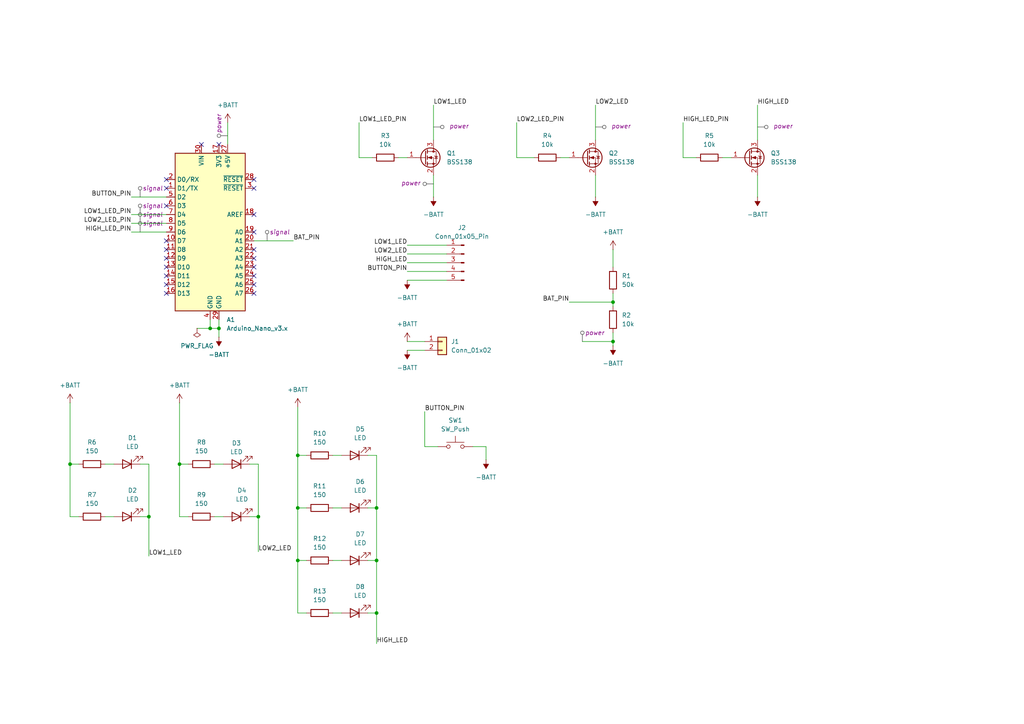
<source format=kicad_sch>
(kicad_sch
	(version 20231120)
	(generator "eeschema")
	(generator_version "8.0")
	(uuid "95a3b787-c899-46d8-a0cf-4b54a18b9ea8")
	(paper "A4")
	(lib_symbols
		(symbol "Connector:Conn_01x05_Pin"
			(pin_names
				(offset 1.016) hide)
			(exclude_from_sim no)
			(in_bom yes)
			(on_board yes)
			(property "Reference" "J"
				(at 0 7.62 0)
				(effects
					(font
						(size 1.27 1.27)
					)
				)
			)
			(property "Value" "Conn_01x05_Pin"
				(at 0 -7.62 0)
				(effects
					(font
						(size 1.27 1.27)
					)
				)
			)
			(property "Footprint" ""
				(at 0 0 0)
				(effects
					(font
						(size 1.27 1.27)
					)
					(hide yes)
				)
			)
			(property "Datasheet" "~"
				(at 0 0 0)
				(effects
					(font
						(size 1.27 1.27)
					)
					(hide yes)
				)
			)
			(property "Description" "Generic connector, single row, 01x05, script generated"
				(at 0 0 0)
				(effects
					(font
						(size 1.27 1.27)
					)
					(hide yes)
				)
			)
			(property "ki_locked" ""
				(at 0 0 0)
				(effects
					(font
						(size 1.27 1.27)
					)
				)
			)
			(property "ki_keywords" "connector"
				(at 0 0 0)
				(effects
					(font
						(size 1.27 1.27)
					)
					(hide yes)
				)
			)
			(property "ki_fp_filters" "Connector*:*_1x??_*"
				(at 0 0 0)
				(effects
					(font
						(size 1.27 1.27)
					)
					(hide yes)
				)
			)
			(symbol "Conn_01x05_Pin_1_1"
				(polyline
					(pts
						(xy 1.27 -5.08) (xy 0.8636 -5.08)
					)
					(stroke
						(width 0.1524)
						(type default)
					)
					(fill
						(type none)
					)
				)
				(polyline
					(pts
						(xy 1.27 -2.54) (xy 0.8636 -2.54)
					)
					(stroke
						(width 0.1524)
						(type default)
					)
					(fill
						(type none)
					)
				)
				(polyline
					(pts
						(xy 1.27 0) (xy 0.8636 0)
					)
					(stroke
						(width 0.1524)
						(type default)
					)
					(fill
						(type none)
					)
				)
				(polyline
					(pts
						(xy 1.27 2.54) (xy 0.8636 2.54)
					)
					(stroke
						(width 0.1524)
						(type default)
					)
					(fill
						(type none)
					)
				)
				(polyline
					(pts
						(xy 1.27 5.08) (xy 0.8636 5.08)
					)
					(stroke
						(width 0.1524)
						(type default)
					)
					(fill
						(type none)
					)
				)
				(rectangle
					(start 0.8636 -4.953)
					(end 0 -5.207)
					(stroke
						(width 0.1524)
						(type default)
					)
					(fill
						(type outline)
					)
				)
				(rectangle
					(start 0.8636 -2.413)
					(end 0 -2.667)
					(stroke
						(width 0.1524)
						(type default)
					)
					(fill
						(type outline)
					)
				)
				(rectangle
					(start 0.8636 0.127)
					(end 0 -0.127)
					(stroke
						(width 0.1524)
						(type default)
					)
					(fill
						(type outline)
					)
				)
				(rectangle
					(start 0.8636 2.667)
					(end 0 2.413)
					(stroke
						(width 0.1524)
						(type default)
					)
					(fill
						(type outline)
					)
				)
				(rectangle
					(start 0.8636 5.207)
					(end 0 4.953)
					(stroke
						(width 0.1524)
						(type default)
					)
					(fill
						(type outline)
					)
				)
				(pin passive line
					(at 5.08 5.08 180)
					(length 3.81)
					(name "Pin_1"
						(effects
							(font
								(size 1.27 1.27)
							)
						)
					)
					(number "1"
						(effects
							(font
								(size 1.27 1.27)
							)
						)
					)
				)
				(pin passive line
					(at 5.08 2.54 180)
					(length 3.81)
					(name "Pin_2"
						(effects
							(font
								(size 1.27 1.27)
							)
						)
					)
					(number "2"
						(effects
							(font
								(size 1.27 1.27)
							)
						)
					)
				)
				(pin passive line
					(at 5.08 0 180)
					(length 3.81)
					(name "Pin_3"
						(effects
							(font
								(size 1.27 1.27)
							)
						)
					)
					(number "3"
						(effects
							(font
								(size 1.27 1.27)
							)
						)
					)
				)
				(pin passive line
					(at 5.08 -2.54 180)
					(length 3.81)
					(name "Pin_4"
						(effects
							(font
								(size 1.27 1.27)
							)
						)
					)
					(number "4"
						(effects
							(font
								(size 1.27 1.27)
							)
						)
					)
				)
				(pin passive line
					(at 5.08 -5.08 180)
					(length 3.81)
					(name "Pin_5"
						(effects
							(font
								(size 1.27 1.27)
							)
						)
					)
					(number "5"
						(effects
							(font
								(size 1.27 1.27)
							)
						)
					)
				)
			)
		)
		(symbol "Connector_Generic:Conn_01x02"
			(pin_names
				(offset 1.016) hide)
			(exclude_from_sim no)
			(in_bom yes)
			(on_board yes)
			(property "Reference" "J"
				(at 0 2.54 0)
				(effects
					(font
						(size 1.27 1.27)
					)
				)
			)
			(property "Value" "Conn_01x02"
				(at 0 -5.08 0)
				(effects
					(font
						(size 1.27 1.27)
					)
				)
			)
			(property "Footprint" ""
				(at 0 0 0)
				(effects
					(font
						(size 1.27 1.27)
					)
					(hide yes)
				)
			)
			(property "Datasheet" "~"
				(at 0 0 0)
				(effects
					(font
						(size 1.27 1.27)
					)
					(hide yes)
				)
			)
			(property "Description" "Generic connector, single row, 01x02, script generated (kicad-library-utils/schlib/autogen/connector/)"
				(at 0 0 0)
				(effects
					(font
						(size 1.27 1.27)
					)
					(hide yes)
				)
			)
			(property "ki_keywords" "connector"
				(at 0 0 0)
				(effects
					(font
						(size 1.27 1.27)
					)
					(hide yes)
				)
			)
			(property "ki_fp_filters" "Connector*:*_1x??_*"
				(at 0 0 0)
				(effects
					(font
						(size 1.27 1.27)
					)
					(hide yes)
				)
			)
			(symbol "Conn_01x02_1_1"
				(rectangle
					(start -1.27 -2.413)
					(end 0 -2.667)
					(stroke
						(width 0.1524)
						(type default)
					)
					(fill
						(type none)
					)
				)
				(rectangle
					(start -1.27 0.127)
					(end 0 -0.127)
					(stroke
						(width 0.1524)
						(type default)
					)
					(fill
						(type none)
					)
				)
				(rectangle
					(start -1.27 1.27)
					(end 1.27 -3.81)
					(stroke
						(width 0.254)
						(type default)
					)
					(fill
						(type background)
					)
				)
				(pin passive line
					(at -5.08 0 0)
					(length 3.81)
					(name "Pin_1"
						(effects
							(font
								(size 1.27 1.27)
							)
						)
					)
					(number "1"
						(effects
							(font
								(size 1.27 1.27)
							)
						)
					)
				)
				(pin passive line
					(at -5.08 -2.54 0)
					(length 3.81)
					(name "Pin_2"
						(effects
							(font
								(size 1.27 1.27)
							)
						)
					)
					(number "2"
						(effects
							(font
								(size 1.27 1.27)
							)
						)
					)
				)
			)
		)
		(symbol "Device:LED"
			(pin_numbers hide)
			(pin_names
				(offset 1.016) hide)
			(exclude_from_sim no)
			(in_bom yes)
			(on_board yes)
			(property "Reference" "D"
				(at 0 2.54 0)
				(effects
					(font
						(size 1.27 1.27)
					)
				)
			)
			(property "Value" "LED"
				(at 0 -2.54 0)
				(effects
					(font
						(size 1.27 1.27)
					)
				)
			)
			(property "Footprint" ""
				(at 0 0 0)
				(effects
					(font
						(size 1.27 1.27)
					)
					(hide yes)
				)
			)
			(property "Datasheet" "~"
				(at 0 0 0)
				(effects
					(font
						(size 1.27 1.27)
					)
					(hide yes)
				)
			)
			(property "Description" "Light emitting diode"
				(at 0 0 0)
				(effects
					(font
						(size 1.27 1.27)
					)
					(hide yes)
				)
			)
			(property "ki_keywords" "LED diode"
				(at 0 0 0)
				(effects
					(font
						(size 1.27 1.27)
					)
					(hide yes)
				)
			)
			(property "ki_fp_filters" "LED* LED_SMD:* LED_THT:*"
				(at 0 0 0)
				(effects
					(font
						(size 1.27 1.27)
					)
					(hide yes)
				)
			)
			(symbol "LED_0_1"
				(polyline
					(pts
						(xy -1.27 -1.27) (xy -1.27 1.27)
					)
					(stroke
						(width 0.254)
						(type default)
					)
					(fill
						(type none)
					)
				)
				(polyline
					(pts
						(xy -1.27 0) (xy 1.27 0)
					)
					(stroke
						(width 0)
						(type default)
					)
					(fill
						(type none)
					)
				)
				(polyline
					(pts
						(xy 1.27 -1.27) (xy 1.27 1.27) (xy -1.27 0) (xy 1.27 -1.27)
					)
					(stroke
						(width 0.254)
						(type default)
					)
					(fill
						(type none)
					)
				)
				(polyline
					(pts
						(xy -3.048 -0.762) (xy -4.572 -2.286) (xy -3.81 -2.286) (xy -4.572 -2.286) (xy -4.572 -1.524)
					)
					(stroke
						(width 0)
						(type default)
					)
					(fill
						(type none)
					)
				)
				(polyline
					(pts
						(xy -1.778 -0.762) (xy -3.302 -2.286) (xy -2.54 -2.286) (xy -3.302 -2.286) (xy -3.302 -1.524)
					)
					(stroke
						(width 0)
						(type default)
					)
					(fill
						(type none)
					)
				)
			)
			(symbol "LED_1_1"
				(pin passive line
					(at -3.81 0 0)
					(length 2.54)
					(name "K"
						(effects
							(font
								(size 1.27 1.27)
							)
						)
					)
					(number "1"
						(effects
							(font
								(size 1.27 1.27)
							)
						)
					)
				)
				(pin passive line
					(at 3.81 0 180)
					(length 2.54)
					(name "A"
						(effects
							(font
								(size 1.27 1.27)
							)
						)
					)
					(number "2"
						(effects
							(font
								(size 1.27 1.27)
							)
						)
					)
				)
			)
		)
		(symbol "Device:R"
			(pin_numbers hide)
			(pin_names
				(offset 0)
			)
			(exclude_from_sim no)
			(in_bom yes)
			(on_board yes)
			(property "Reference" "R"
				(at 2.032 0 90)
				(effects
					(font
						(size 1.27 1.27)
					)
				)
			)
			(property "Value" "R"
				(at 0 0 90)
				(effects
					(font
						(size 1.27 1.27)
					)
				)
			)
			(property "Footprint" ""
				(at -1.778 0 90)
				(effects
					(font
						(size 1.27 1.27)
					)
					(hide yes)
				)
			)
			(property "Datasheet" "~"
				(at 0 0 0)
				(effects
					(font
						(size 1.27 1.27)
					)
					(hide yes)
				)
			)
			(property "Description" "Resistor"
				(at 0 0 0)
				(effects
					(font
						(size 1.27 1.27)
					)
					(hide yes)
				)
			)
			(property "ki_keywords" "R res resistor"
				(at 0 0 0)
				(effects
					(font
						(size 1.27 1.27)
					)
					(hide yes)
				)
			)
			(property "ki_fp_filters" "R_*"
				(at 0 0 0)
				(effects
					(font
						(size 1.27 1.27)
					)
					(hide yes)
				)
			)
			(symbol "R_0_1"
				(rectangle
					(start -1.016 -2.54)
					(end 1.016 2.54)
					(stroke
						(width 0.254)
						(type default)
					)
					(fill
						(type none)
					)
				)
			)
			(symbol "R_1_1"
				(pin passive line
					(at 0 3.81 270)
					(length 1.27)
					(name "~"
						(effects
							(font
								(size 1.27 1.27)
							)
						)
					)
					(number "1"
						(effects
							(font
								(size 1.27 1.27)
							)
						)
					)
				)
				(pin passive line
					(at 0 -3.81 90)
					(length 1.27)
					(name "~"
						(effects
							(font
								(size 1.27 1.27)
							)
						)
					)
					(number "2"
						(effects
							(font
								(size 1.27 1.27)
							)
						)
					)
				)
			)
		)
		(symbol "MCU_Module:Arduino_Nano_v3.x"
			(exclude_from_sim no)
			(in_bom yes)
			(on_board yes)
			(property "Reference" "A"
				(at -10.16 23.495 0)
				(effects
					(font
						(size 1.27 1.27)
					)
					(justify left bottom)
				)
			)
			(property "Value" "Arduino_Nano_v3.x"
				(at 5.08 -24.13 0)
				(effects
					(font
						(size 1.27 1.27)
					)
					(justify left top)
				)
			)
			(property "Footprint" "Module:Arduino_Nano"
				(at 0 0 0)
				(effects
					(font
						(size 1.27 1.27)
						(italic yes)
					)
					(hide yes)
				)
			)
			(property "Datasheet" "http://www.mouser.com/pdfdocs/Gravitech_Arduino_Nano3_0.pdf"
				(at 0 0 0)
				(effects
					(font
						(size 1.27 1.27)
					)
					(hide yes)
				)
			)
			(property "Description" "Arduino Nano v3.x"
				(at 0 0 0)
				(effects
					(font
						(size 1.27 1.27)
					)
					(hide yes)
				)
			)
			(property "ki_keywords" "Arduino nano microcontroller module USB"
				(at 0 0 0)
				(effects
					(font
						(size 1.27 1.27)
					)
					(hide yes)
				)
			)
			(property "ki_fp_filters" "Arduino*Nano*"
				(at 0 0 0)
				(effects
					(font
						(size 1.27 1.27)
					)
					(hide yes)
				)
			)
			(symbol "Arduino_Nano_v3.x_0_1"
				(rectangle
					(start -10.16 22.86)
					(end 10.16 -22.86)
					(stroke
						(width 0.254)
						(type default)
					)
					(fill
						(type background)
					)
				)
			)
			(symbol "Arduino_Nano_v3.x_1_1"
				(pin bidirectional line
					(at -12.7 12.7 0)
					(length 2.54)
					(name "D1/TX"
						(effects
							(font
								(size 1.27 1.27)
							)
						)
					)
					(number "1"
						(effects
							(font
								(size 1.27 1.27)
							)
						)
					)
				)
				(pin bidirectional line
					(at -12.7 -2.54 0)
					(length 2.54)
					(name "D7"
						(effects
							(font
								(size 1.27 1.27)
							)
						)
					)
					(number "10"
						(effects
							(font
								(size 1.27 1.27)
							)
						)
					)
				)
				(pin bidirectional line
					(at -12.7 -5.08 0)
					(length 2.54)
					(name "D8"
						(effects
							(font
								(size 1.27 1.27)
							)
						)
					)
					(number "11"
						(effects
							(font
								(size 1.27 1.27)
							)
						)
					)
				)
				(pin bidirectional line
					(at -12.7 -7.62 0)
					(length 2.54)
					(name "D9"
						(effects
							(font
								(size 1.27 1.27)
							)
						)
					)
					(number "12"
						(effects
							(font
								(size 1.27 1.27)
							)
						)
					)
				)
				(pin bidirectional line
					(at -12.7 -10.16 0)
					(length 2.54)
					(name "D10"
						(effects
							(font
								(size 1.27 1.27)
							)
						)
					)
					(number "13"
						(effects
							(font
								(size 1.27 1.27)
							)
						)
					)
				)
				(pin bidirectional line
					(at -12.7 -12.7 0)
					(length 2.54)
					(name "D11"
						(effects
							(font
								(size 1.27 1.27)
							)
						)
					)
					(number "14"
						(effects
							(font
								(size 1.27 1.27)
							)
						)
					)
				)
				(pin bidirectional line
					(at -12.7 -15.24 0)
					(length 2.54)
					(name "D12"
						(effects
							(font
								(size 1.27 1.27)
							)
						)
					)
					(number "15"
						(effects
							(font
								(size 1.27 1.27)
							)
						)
					)
				)
				(pin bidirectional line
					(at -12.7 -17.78 0)
					(length 2.54)
					(name "D13"
						(effects
							(font
								(size 1.27 1.27)
							)
						)
					)
					(number "16"
						(effects
							(font
								(size 1.27 1.27)
							)
						)
					)
				)
				(pin power_out line
					(at 2.54 25.4 270)
					(length 2.54)
					(name "3V3"
						(effects
							(font
								(size 1.27 1.27)
							)
						)
					)
					(number "17"
						(effects
							(font
								(size 1.27 1.27)
							)
						)
					)
				)
				(pin input line
					(at 12.7 5.08 180)
					(length 2.54)
					(name "AREF"
						(effects
							(font
								(size 1.27 1.27)
							)
						)
					)
					(number "18"
						(effects
							(font
								(size 1.27 1.27)
							)
						)
					)
				)
				(pin bidirectional line
					(at 12.7 0 180)
					(length 2.54)
					(name "A0"
						(effects
							(font
								(size 1.27 1.27)
							)
						)
					)
					(number "19"
						(effects
							(font
								(size 1.27 1.27)
							)
						)
					)
				)
				(pin bidirectional line
					(at -12.7 15.24 0)
					(length 2.54)
					(name "D0/RX"
						(effects
							(font
								(size 1.27 1.27)
							)
						)
					)
					(number "2"
						(effects
							(font
								(size 1.27 1.27)
							)
						)
					)
				)
				(pin bidirectional line
					(at 12.7 -2.54 180)
					(length 2.54)
					(name "A1"
						(effects
							(font
								(size 1.27 1.27)
							)
						)
					)
					(number "20"
						(effects
							(font
								(size 1.27 1.27)
							)
						)
					)
				)
				(pin bidirectional line
					(at 12.7 -5.08 180)
					(length 2.54)
					(name "A2"
						(effects
							(font
								(size 1.27 1.27)
							)
						)
					)
					(number "21"
						(effects
							(font
								(size 1.27 1.27)
							)
						)
					)
				)
				(pin bidirectional line
					(at 12.7 -7.62 180)
					(length 2.54)
					(name "A3"
						(effects
							(font
								(size 1.27 1.27)
							)
						)
					)
					(number "22"
						(effects
							(font
								(size 1.27 1.27)
							)
						)
					)
				)
				(pin bidirectional line
					(at 12.7 -10.16 180)
					(length 2.54)
					(name "A4"
						(effects
							(font
								(size 1.27 1.27)
							)
						)
					)
					(number "23"
						(effects
							(font
								(size 1.27 1.27)
							)
						)
					)
				)
				(pin bidirectional line
					(at 12.7 -12.7 180)
					(length 2.54)
					(name "A5"
						(effects
							(font
								(size 1.27 1.27)
							)
						)
					)
					(number "24"
						(effects
							(font
								(size 1.27 1.27)
							)
						)
					)
				)
				(pin bidirectional line
					(at 12.7 -15.24 180)
					(length 2.54)
					(name "A6"
						(effects
							(font
								(size 1.27 1.27)
							)
						)
					)
					(number "25"
						(effects
							(font
								(size 1.27 1.27)
							)
						)
					)
				)
				(pin bidirectional line
					(at 12.7 -17.78 180)
					(length 2.54)
					(name "A7"
						(effects
							(font
								(size 1.27 1.27)
							)
						)
					)
					(number "26"
						(effects
							(font
								(size 1.27 1.27)
							)
						)
					)
				)
				(pin power_out line
					(at 5.08 25.4 270)
					(length 2.54)
					(name "+5V"
						(effects
							(font
								(size 1.27 1.27)
							)
						)
					)
					(number "27"
						(effects
							(font
								(size 1.27 1.27)
							)
						)
					)
				)
				(pin input line
					(at 12.7 15.24 180)
					(length 2.54)
					(name "~{RESET}"
						(effects
							(font
								(size 1.27 1.27)
							)
						)
					)
					(number "28"
						(effects
							(font
								(size 1.27 1.27)
							)
						)
					)
				)
				(pin power_in line
					(at 2.54 -25.4 90)
					(length 2.54)
					(name "GND"
						(effects
							(font
								(size 1.27 1.27)
							)
						)
					)
					(number "29"
						(effects
							(font
								(size 1.27 1.27)
							)
						)
					)
				)
				(pin input line
					(at 12.7 12.7 180)
					(length 2.54)
					(name "~{RESET}"
						(effects
							(font
								(size 1.27 1.27)
							)
						)
					)
					(number "3"
						(effects
							(font
								(size 1.27 1.27)
							)
						)
					)
				)
				(pin power_in line
					(at -2.54 25.4 270)
					(length 2.54)
					(name "VIN"
						(effects
							(font
								(size 1.27 1.27)
							)
						)
					)
					(number "30"
						(effects
							(font
								(size 1.27 1.27)
							)
						)
					)
				)
				(pin power_in line
					(at 0 -25.4 90)
					(length 2.54)
					(name "GND"
						(effects
							(font
								(size 1.27 1.27)
							)
						)
					)
					(number "4"
						(effects
							(font
								(size 1.27 1.27)
							)
						)
					)
				)
				(pin bidirectional line
					(at -12.7 10.16 0)
					(length 2.54)
					(name "D2"
						(effects
							(font
								(size 1.27 1.27)
							)
						)
					)
					(number "5"
						(effects
							(font
								(size 1.27 1.27)
							)
						)
					)
				)
				(pin bidirectional line
					(at -12.7 7.62 0)
					(length 2.54)
					(name "D3"
						(effects
							(font
								(size 1.27 1.27)
							)
						)
					)
					(number "6"
						(effects
							(font
								(size 1.27 1.27)
							)
						)
					)
				)
				(pin bidirectional line
					(at -12.7 5.08 0)
					(length 2.54)
					(name "D4"
						(effects
							(font
								(size 1.27 1.27)
							)
						)
					)
					(number "7"
						(effects
							(font
								(size 1.27 1.27)
							)
						)
					)
				)
				(pin bidirectional line
					(at -12.7 2.54 0)
					(length 2.54)
					(name "D5"
						(effects
							(font
								(size 1.27 1.27)
							)
						)
					)
					(number "8"
						(effects
							(font
								(size 1.27 1.27)
							)
						)
					)
				)
				(pin bidirectional line
					(at -12.7 0 0)
					(length 2.54)
					(name "D6"
						(effects
							(font
								(size 1.27 1.27)
							)
						)
					)
					(number "9"
						(effects
							(font
								(size 1.27 1.27)
							)
						)
					)
				)
			)
		)
		(symbol "Switch:SW_Push"
			(pin_numbers hide)
			(pin_names
				(offset 1.016) hide)
			(exclude_from_sim no)
			(in_bom yes)
			(on_board yes)
			(property "Reference" "SW"
				(at 1.27 2.54 0)
				(effects
					(font
						(size 1.27 1.27)
					)
					(justify left)
				)
			)
			(property "Value" "SW_Push"
				(at 0 -1.524 0)
				(effects
					(font
						(size 1.27 1.27)
					)
				)
			)
			(property "Footprint" ""
				(at 0 5.08 0)
				(effects
					(font
						(size 1.27 1.27)
					)
					(hide yes)
				)
			)
			(property "Datasheet" "~"
				(at 0 5.08 0)
				(effects
					(font
						(size 1.27 1.27)
					)
					(hide yes)
				)
			)
			(property "Description" "Push button switch, generic, two pins"
				(at 0 0 0)
				(effects
					(font
						(size 1.27 1.27)
					)
					(hide yes)
				)
			)
			(property "ki_keywords" "switch normally-open pushbutton push-button"
				(at 0 0 0)
				(effects
					(font
						(size 1.27 1.27)
					)
					(hide yes)
				)
			)
			(symbol "SW_Push_0_1"
				(circle
					(center -2.032 0)
					(radius 0.508)
					(stroke
						(width 0)
						(type default)
					)
					(fill
						(type none)
					)
				)
				(polyline
					(pts
						(xy 0 1.27) (xy 0 3.048)
					)
					(stroke
						(width 0)
						(type default)
					)
					(fill
						(type none)
					)
				)
				(polyline
					(pts
						(xy 2.54 1.27) (xy -2.54 1.27)
					)
					(stroke
						(width 0)
						(type default)
					)
					(fill
						(type none)
					)
				)
				(circle
					(center 2.032 0)
					(radius 0.508)
					(stroke
						(width 0)
						(type default)
					)
					(fill
						(type none)
					)
				)
				(pin passive line
					(at -5.08 0 0)
					(length 2.54)
					(name "1"
						(effects
							(font
								(size 1.27 1.27)
							)
						)
					)
					(number "1"
						(effects
							(font
								(size 1.27 1.27)
							)
						)
					)
				)
				(pin passive line
					(at 5.08 0 180)
					(length 2.54)
					(name "2"
						(effects
							(font
								(size 1.27 1.27)
							)
						)
					)
					(number "2"
						(effects
							(font
								(size 1.27 1.27)
							)
						)
					)
				)
			)
		)
		(symbol "Transistor_FET:BSS138"
			(pin_names hide)
			(exclude_from_sim no)
			(in_bom yes)
			(on_board yes)
			(property "Reference" "Q"
				(at 5.08 1.905 0)
				(effects
					(font
						(size 1.27 1.27)
					)
					(justify left)
				)
			)
			(property "Value" "BSS138"
				(at 5.08 0 0)
				(effects
					(font
						(size 1.27 1.27)
					)
					(justify left)
				)
			)
			(property "Footprint" "Package_TO_SOT_SMD:SOT-23"
				(at 5.08 -1.905 0)
				(effects
					(font
						(size 1.27 1.27)
						(italic yes)
					)
					(justify left)
					(hide yes)
				)
			)
			(property "Datasheet" "https://www.onsemi.com/pub/Collateral/BSS138-D.PDF"
				(at 5.08 -3.81 0)
				(effects
					(font
						(size 1.27 1.27)
					)
					(justify left)
					(hide yes)
				)
			)
			(property "Description" "50V Vds, 0.22A Id, N-Channel MOSFET, SOT-23"
				(at 0 0 0)
				(effects
					(font
						(size 1.27 1.27)
					)
					(hide yes)
				)
			)
			(property "ki_keywords" "N-Channel MOSFET"
				(at 0 0 0)
				(effects
					(font
						(size 1.27 1.27)
					)
					(hide yes)
				)
			)
			(property "ki_fp_filters" "SOT?23*"
				(at 0 0 0)
				(effects
					(font
						(size 1.27 1.27)
					)
					(hide yes)
				)
			)
			(symbol "BSS138_0_1"
				(polyline
					(pts
						(xy 0.254 0) (xy -2.54 0)
					)
					(stroke
						(width 0)
						(type default)
					)
					(fill
						(type none)
					)
				)
				(polyline
					(pts
						(xy 0.254 1.905) (xy 0.254 -1.905)
					)
					(stroke
						(width 0.254)
						(type default)
					)
					(fill
						(type none)
					)
				)
				(polyline
					(pts
						(xy 0.762 -1.27) (xy 0.762 -2.286)
					)
					(stroke
						(width 0.254)
						(type default)
					)
					(fill
						(type none)
					)
				)
				(polyline
					(pts
						(xy 0.762 0.508) (xy 0.762 -0.508)
					)
					(stroke
						(width 0.254)
						(type default)
					)
					(fill
						(type none)
					)
				)
				(polyline
					(pts
						(xy 0.762 2.286) (xy 0.762 1.27)
					)
					(stroke
						(width 0.254)
						(type default)
					)
					(fill
						(type none)
					)
				)
				(polyline
					(pts
						(xy 2.54 2.54) (xy 2.54 1.778)
					)
					(stroke
						(width 0)
						(type default)
					)
					(fill
						(type none)
					)
				)
				(polyline
					(pts
						(xy 2.54 -2.54) (xy 2.54 0) (xy 0.762 0)
					)
					(stroke
						(width 0)
						(type default)
					)
					(fill
						(type none)
					)
				)
				(polyline
					(pts
						(xy 0.762 -1.778) (xy 3.302 -1.778) (xy 3.302 1.778) (xy 0.762 1.778)
					)
					(stroke
						(width 0)
						(type default)
					)
					(fill
						(type none)
					)
				)
				(polyline
					(pts
						(xy 1.016 0) (xy 2.032 0.381) (xy 2.032 -0.381) (xy 1.016 0)
					)
					(stroke
						(width 0)
						(type default)
					)
					(fill
						(type outline)
					)
				)
				(polyline
					(pts
						(xy 2.794 0.508) (xy 2.921 0.381) (xy 3.683 0.381) (xy 3.81 0.254)
					)
					(stroke
						(width 0)
						(type default)
					)
					(fill
						(type none)
					)
				)
				(polyline
					(pts
						(xy 3.302 0.381) (xy 2.921 -0.254) (xy 3.683 -0.254) (xy 3.302 0.381)
					)
					(stroke
						(width 0)
						(type default)
					)
					(fill
						(type none)
					)
				)
				(circle
					(center 1.651 0)
					(radius 2.794)
					(stroke
						(width 0.254)
						(type default)
					)
					(fill
						(type none)
					)
				)
				(circle
					(center 2.54 -1.778)
					(radius 0.254)
					(stroke
						(width 0)
						(type default)
					)
					(fill
						(type outline)
					)
				)
				(circle
					(center 2.54 1.778)
					(radius 0.254)
					(stroke
						(width 0)
						(type default)
					)
					(fill
						(type outline)
					)
				)
			)
			(symbol "BSS138_1_1"
				(pin input line
					(at -5.08 0 0)
					(length 2.54)
					(name "G"
						(effects
							(font
								(size 1.27 1.27)
							)
						)
					)
					(number "1"
						(effects
							(font
								(size 1.27 1.27)
							)
						)
					)
				)
				(pin passive line
					(at 2.54 -5.08 90)
					(length 2.54)
					(name "S"
						(effects
							(font
								(size 1.27 1.27)
							)
						)
					)
					(number "2"
						(effects
							(font
								(size 1.27 1.27)
							)
						)
					)
				)
				(pin passive line
					(at 2.54 5.08 270)
					(length 2.54)
					(name "D"
						(effects
							(font
								(size 1.27 1.27)
							)
						)
					)
					(number "3"
						(effects
							(font
								(size 1.27 1.27)
							)
						)
					)
				)
			)
		)
		(symbol "power:+BATT"
			(power)
			(pin_numbers hide)
			(pin_names
				(offset 0) hide)
			(exclude_from_sim no)
			(in_bom yes)
			(on_board yes)
			(property "Reference" "#PWR"
				(at 0 -3.81 0)
				(effects
					(font
						(size 1.27 1.27)
					)
					(hide yes)
				)
			)
			(property "Value" "+BATT"
				(at 0 3.556 0)
				(effects
					(font
						(size 1.27 1.27)
					)
				)
			)
			(property "Footprint" ""
				(at 0 0 0)
				(effects
					(font
						(size 1.27 1.27)
					)
					(hide yes)
				)
			)
			(property "Datasheet" ""
				(at 0 0 0)
				(effects
					(font
						(size 1.27 1.27)
					)
					(hide yes)
				)
			)
			(property "Description" "Power symbol creates a global label with name \"+BATT\""
				(at 0 0 0)
				(effects
					(font
						(size 1.27 1.27)
					)
					(hide yes)
				)
			)
			(property "ki_keywords" "global power battery"
				(at 0 0 0)
				(effects
					(font
						(size 1.27 1.27)
					)
					(hide yes)
				)
			)
			(symbol "+BATT_0_1"
				(polyline
					(pts
						(xy -0.762 1.27) (xy 0 2.54)
					)
					(stroke
						(width 0)
						(type default)
					)
					(fill
						(type none)
					)
				)
				(polyline
					(pts
						(xy 0 0) (xy 0 2.54)
					)
					(stroke
						(width 0)
						(type default)
					)
					(fill
						(type none)
					)
				)
				(polyline
					(pts
						(xy 0 2.54) (xy 0.762 1.27)
					)
					(stroke
						(width 0)
						(type default)
					)
					(fill
						(type none)
					)
				)
			)
			(symbol "+BATT_1_1"
				(pin power_in line
					(at 0 0 90)
					(length 0)
					(name "~"
						(effects
							(font
								(size 1.27 1.27)
							)
						)
					)
					(number "1"
						(effects
							(font
								(size 1.27 1.27)
							)
						)
					)
				)
			)
		)
		(symbol "power:-BATT"
			(power)
			(pin_numbers hide)
			(pin_names
				(offset 0) hide)
			(exclude_from_sim no)
			(in_bom yes)
			(on_board yes)
			(property "Reference" "#PWR"
				(at 0 -3.81 0)
				(effects
					(font
						(size 1.27 1.27)
					)
					(hide yes)
				)
			)
			(property "Value" "-BATT"
				(at 0 3.556 0)
				(effects
					(font
						(size 1.27 1.27)
					)
				)
			)
			(property "Footprint" ""
				(at 0 0 0)
				(effects
					(font
						(size 1.27 1.27)
					)
					(hide yes)
				)
			)
			(property "Datasheet" ""
				(at 0 0 0)
				(effects
					(font
						(size 1.27 1.27)
					)
					(hide yes)
				)
			)
			(property "Description" "Power symbol creates a global label with name \"-BATT\""
				(at 0 0 0)
				(effects
					(font
						(size 1.27 1.27)
					)
					(hide yes)
				)
			)
			(property "ki_keywords" "global power battery"
				(at 0 0 0)
				(effects
					(font
						(size 1.27 1.27)
					)
					(hide yes)
				)
			)
			(symbol "-BATT_0_1"
				(polyline
					(pts
						(xy 0 0) (xy 0 2.54)
					)
					(stroke
						(width 0)
						(type default)
					)
					(fill
						(type none)
					)
				)
				(polyline
					(pts
						(xy 0.762 1.27) (xy -0.762 1.27) (xy 0 2.54) (xy 0.762 1.27)
					)
					(stroke
						(width 0)
						(type default)
					)
					(fill
						(type outline)
					)
				)
			)
			(symbol "-BATT_1_1"
				(pin power_in line
					(at 0 0 90)
					(length 0)
					(name "~"
						(effects
							(font
								(size 1.27 1.27)
							)
						)
					)
					(number "1"
						(effects
							(font
								(size 1.27 1.27)
							)
						)
					)
				)
			)
		)
		(symbol "power:PWR_FLAG"
			(power)
			(pin_numbers hide)
			(pin_names
				(offset 0) hide)
			(exclude_from_sim no)
			(in_bom yes)
			(on_board yes)
			(property "Reference" "#FLG"
				(at 0 1.905 0)
				(effects
					(font
						(size 1.27 1.27)
					)
					(hide yes)
				)
			)
			(property "Value" "PWR_FLAG"
				(at 0 3.81 0)
				(effects
					(font
						(size 1.27 1.27)
					)
				)
			)
			(property "Footprint" ""
				(at 0 0 0)
				(effects
					(font
						(size 1.27 1.27)
					)
					(hide yes)
				)
			)
			(property "Datasheet" "~"
				(at 0 0 0)
				(effects
					(font
						(size 1.27 1.27)
					)
					(hide yes)
				)
			)
			(property "Description" "Special symbol for telling ERC where power comes from"
				(at 0 0 0)
				(effects
					(font
						(size 1.27 1.27)
					)
					(hide yes)
				)
			)
			(property "ki_keywords" "flag power"
				(at 0 0 0)
				(effects
					(font
						(size 1.27 1.27)
					)
					(hide yes)
				)
			)
			(symbol "PWR_FLAG_0_0"
				(pin power_out line
					(at 0 0 90)
					(length 0)
					(name "~"
						(effects
							(font
								(size 1.27 1.27)
							)
						)
					)
					(number "1"
						(effects
							(font
								(size 1.27 1.27)
							)
						)
					)
				)
			)
			(symbol "PWR_FLAG_0_1"
				(polyline
					(pts
						(xy 0 0) (xy 0 1.27) (xy -1.016 1.905) (xy 0 2.54) (xy 1.016 1.905) (xy 0 1.27)
					)
					(stroke
						(width 0)
						(type default)
					)
					(fill
						(type none)
					)
				)
			)
		)
	)
	(junction
		(at 74.93 149.86)
		(diameter 0)
		(color 0 0 0 0)
		(uuid "20da0532-3181-4b3e-8ff1-8ed948b4d8d3")
	)
	(junction
		(at 52.07 134.62)
		(diameter 0)
		(color 0 0 0 0)
		(uuid "4ea09a84-9913-43af-a247-3ca69974e4f4")
	)
	(junction
		(at 86.36 162.56)
		(diameter 0)
		(color 0 0 0 0)
		(uuid "565fa823-51fb-4bd2-8362-c3829e146b27")
	)
	(junction
		(at 86.36 147.32)
		(diameter 0)
		(color 0 0 0 0)
		(uuid "58430667-7c0b-49f0-ab95-e2eb48953db5")
	)
	(junction
		(at 109.22 162.56)
		(diameter 0)
		(color 0 0 0 0)
		(uuid "62110f0d-655b-4661-8460-1b6392647a30")
	)
	(junction
		(at 86.36 132.08)
		(diameter 0)
		(color 0 0 0 0)
		(uuid "6c2d0e38-8a3e-4dcf-a9d8-77b67c663649")
	)
	(junction
		(at 43.18 149.86)
		(diameter 0)
		(color 0 0 0 0)
		(uuid "ac2331e2-1a44-43d9-a4b9-c17d00d9a25a")
	)
	(junction
		(at 20.32 134.62)
		(diameter 0)
		(color 0 0 0 0)
		(uuid "aee8608e-81f5-470c-ab4d-d5625d638367")
	)
	(junction
		(at 177.8 99.06)
		(diameter 0)
		(color 0 0 0 0)
		(uuid "b23b40b8-d94d-4a41-b509-227ac20d56bc")
	)
	(junction
		(at 63.5 95.25)
		(diameter 0)
		(color 0 0 0 0)
		(uuid "cb244f0a-4440-42d2-bb37-ee7607019235")
	)
	(junction
		(at 177.8 87.63)
		(diameter 0)
		(color 0 0 0 0)
		(uuid "ce370f8d-82a1-408b-8cb1-5cd6d9549619")
	)
	(junction
		(at 60.96 95.25)
		(diameter 0)
		(color 0 0 0 0)
		(uuid "d50d57d3-b674-429a-8742-4e475ecdfc64")
	)
	(junction
		(at 109.22 147.32)
		(diameter 0)
		(color 0 0 0 0)
		(uuid "f50a328f-14ff-4596-9f13-353605242044")
	)
	(junction
		(at 109.22 177.8)
		(diameter 0)
		(color 0 0 0 0)
		(uuid "fca46fd0-b086-481e-b85c-98a1a763511c")
	)
	(no_connect
		(at 48.26 74.93)
		(uuid "068c4964-3f75-4786-88aa-0c9df7309be5")
	)
	(no_connect
		(at 73.66 72.39)
		(uuid "0e1fa7db-a020-4f33-8e18-b6586a80e76f")
	)
	(no_connect
		(at 48.26 82.55)
		(uuid "18870cbb-cdb5-461b-a904-669c5a3d1ecd")
	)
	(no_connect
		(at 73.66 62.23)
		(uuid "1c3bfa5e-473f-4ce3-bb3f-8525a8752f39")
	)
	(no_connect
		(at 73.66 52.07)
		(uuid "20eb01aa-8d45-41f6-a115-99b4d4123543")
	)
	(no_connect
		(at 48.26 72.39)
		(uuid "288c91fc-019e-43f2-b453-0f9c6d22a7b4")
	)
	(no_connect
		(at 58.42 41.91)
		(uuid "31462d4c-0eda-461e-83f0-527dda5c2f5d")
	)
	(no_connect
		(at 73.66 80.01)
		(uuid "4b5e819c-f134-40aa-85be-d90f294707c3")
	)
	(no_connect
		(at 73.66 74.93)
		(uuid "64a72e8e-c40f-45d5-8829-ee3b8994fd33")
	)
	(no_connect
		(at 48.26 69.85)
		(uuid "9414ebfb-7501-4f9b-bacc-76e9ed145ef9")
	)
	(no_connect
		(at 48.26 54.61)
		(uuid "9a30e92e-b514-4ac2-ad2e-6cf906428a69")
	)
	(no_connect
		(at 48.26 52.07)
		(uuid "a4db76a8-905e-4237-a3cc-5dbdccd9fb53")
	)
	(no_connect
		(at 73.66 77.47)
		(uuid "acef4d42-3b56-483a-bc13-1bf20764b591")
	)
	(no_connect
		(at 48.26 80.01)
		(uuid "b3414a2d-5138-4ec2-8c98-e2e78ed248b5")
	)
	(no_connect
		(at 73.66 85.09)
		(uuid "bba059c9-0e58-41dd-91a7-c594836450e4")
	)
	(no_connect
		(at 48.26 59.69)
		(uuid "c09daa08-0c0b-42ca-b975-e5e410f682bc")
	)
	(no_connect
		(at 73.66 82.55)
		(uuid "c7dad580-7292-4c91-b243-7c002463cea6")
	)
	(no_connect
		(at 48.26 77.47)
		(uuid "cb3f384f-b646-4cf5-b04d-7276e080dde6")
	)
	(no_connect
		(at 73.66 67.31)
		(uuid "cbf9a67c-66bc-461c-b9de-be60876fe4bb")
	)
	(no_connect
		(at 73.66 54.61)
		(uuid "daeb6576-ecfb-4a92-b767-8d4e48b9ca52")
	)
	(no_connect
		(at 48.26 85.09)
		(uuid "ef9b87e5-815c-4024-870f-8e6f84c8d00e")
	)
	(no_connect
		(at 63.5 41.91)
		(uuid "fd1242d9-3156-47cd-98cb-81de529c43b3")
	)
	(wire
		(pts
			(xy 106.68 132.08) (xy 109.22 132.08)
		)
		(stroke
			(width 0)
			(type default)
		)
		(uuid "053b85f7-89a3-4942-b392-7a1bf4f81713")
	)
	(wire
		(pts
			(xy 172.72 50.8) (xy 172.72 57.15)
		)
		(stroke
			(width 0)
			(type default)
		)
		(uuid "0bbe2a39-2442-40d9-89d1-befa608fcada")
	)
	(wire
		(pts
			(xy 96.52 147.32) (xy 99.06 147.32)
		)
		(stroke
			(width 0)
			(type default)
		)
		(uuid "0e07cf97-8d78-4f88-a310-422d96f0ea6a")
	)
	(wire
		(pts
			(xy 96.52 177.8) (xy 99.06 177.8)
		)
		(stroke
			(width 0)
			(type default)
		)
		(uuid "0e73fe53-5433-4ce3-acd4-bc574987d12b")
	)
	(wire
		(pts
			(xy 168.91 99.06) (xy 177.8 99.06)
		)
		(stroke
			(width 0)
			(type default)
		)
		(uuid "0f52e41d-f784-40ff-86c4-24e891b3996c")
	)
	(wire
		(pts
			(xy 60.96 95.25) (xy 63.5 95.25)
		)
		(stroke
			(width 0)
			(type default)
		)
		(uuid "0f9167c5-1c62-45ba-a3d0-f597f74ed629")
	)
	(wire
		(pts
			(xy 52.07 116.84) (xy 52.07 134.62)
		)
		(stroke
			(width 0)
			(type default)
		)
		(uuid "0fadcef4-6d36-4246-90d5-8c4c2db37c20")
	)
	(wire
		(pts
			(xy 125.73 50.8) (xy 125.73 57.15)
		)
		(stroke
			(width 0)
			(type default)
		)
		(uuid "117fdc5a-6392-41ec-91f4-aec89359677e")
	)
	(wire
		(pts
			(xy 63.5 95.25) (xy 63.5 92.71)
		)
		(stroke
			(width 0)
			(type default)
		)
		(uuid "156729a2-d15e-4786-befc-08ff57e978d7")
	)
	(wire
		(pts
			(xy 123.19 129.54) (xy 127 129.54)
		)
		(stroke
			(width 0)
			(type default)
		)
		(uuid "1865bb22-027b-4f72-bdc9-86615b4c9b67")
	)
	(wire
		(pts
			(xy 96.52 162.56) (xy 99.06 162.56)
		)
		(stroke
			(width 0)
			(type default)
		)
		(uuid "19dff571-ff41-40f9-bad2-4afdb426842b")
	)
	(wire
		(pts
			(xy 74.93 149.86) (xy 74.93 160.02)
		)
		(stroke
			(width 0)
			(type default)
		)
		(uuid "23d25d13-c5f2-44de-99a2-903a29fcb865")
	)
	(wire
		(pts
			(xy 140.97 129.54) (xy 140.97 133.35)
		)
		(stroke
			(width 0)
			(type default)
		)
		(uuid "2553843e-1330-4771-b554-e4f526c91d68")
	)
	(wire
		(pts
			(xy 86.36 162.56) (xy 86.36 177.8)
		)
		(stroke
			(width 0)
			(type default)
		)
		(uuid "2d844867-8fb2-4131-ae51-93073fa93375")
	)
	(wire
		(pts
			(xy 149.86 35.56) (xy 149.86 45.72)
		)
		(stroke
			(width 0)
			(type default)
		)
		(uuid "3370f9fd-bd67-49d3-a347-61a1c2024f11")
	)
	(wire
		(pts
			(xy 118.11 76.2) (xy 129.54 76.2)
		)
		(stroke
			(width 0)
			(type default)
		)
		(uuid "348a5932-78d8-4e9b-b3b8-df64462d67af")
	)
	(wire
		(pts
			(xy 198.12 45.72) (xy 201.93 45.72)
		)
		(stroke
			(width 0)
			(type default)
		)
		(uuid "34a8de2d-1e6b-4206-b346-c67580d43662")
	)
	(wire
		(pts
			(xy 177.8 85.09) (xy 177.8 87.63)
		)
		(stroke
			(width 0)
			(type default)
		)
		(uuid "35da0969-fddc-4235-b82b-f7ddc408807d")
	)
	(wire
		(pts
			(xy 66.04 35.56) (xy 66.04 41.91)
		)
		(stroke
			(width 0)
			(type default)
		)
		(uuid "3ca3fcec-77e9-40a8-a669-017712ef77f6")
	)
	(wire
		(pts
			(xy 198.12 35.56) (xy 198.12 45.72)
		)
		(stroke
			(width 0)
			(type default)
		)
		(uuid "3ff68fee-ce83-4845-843a-a8fc6c91c20e")
	)
	(wire
		(pts
			(xy 109.22 147.32) (xy 109.22 132.08)
		)
		(stroke
			(width 0)
			(type default)
		)
		(uuid "44bfefe5-4951-4131-b13d-f9726853a2a1")
	)
	(wire
		(pts
			(xy 52.07 134.62) (xy 54.61 134.62)
		)
		(stroke
			(width 0)
			(type default)
		)
		(uuid "47e6a5b0-ee78-495a-85fe-79924b85653c")
	)
	(wire
		(pts
			(xy 74.93 134.62) (xy 74.93 149.86)
		)
		(stroke
			(width 0)
			(type default)
		)
		(uuid "49103de6-d10c-49f6-a5e7-6acaf0514f0c")
	)
	(wire
		(pts
			(xy 88.9 147.32) (xy 86.36 147.32)
		)
		(stroke
			(width 0)
			(type default)
		)
		(uuid "507d6b97-627d-406e-9dc8-66bf51d82ae8")
	)
	(wire
		(pts
			(xy 104.14 45.72) (xy 107.95 45.72)
		)
		(stroke
			(width 0)
			(type default)
		)
		(uuid "50a425a8-6185-4e78-90bc-1e0aaaf9f540")
	)
	(wire
		(pts
			(xy 118.11 78.74) (xy 129.54 78.74)
		)
		(stroke
			(width 0)
			(type default)
		)
		(uuid "51c21fa6-6a9e-4b37-841b-7cb51bf01d22")
	)
	(wire
		(pts
			(xy 43.18 149.86) (xy 43.18 161.29)
		)
		(stroke
			(width 0)
			(type default)
		)
		(uuid "5506a84b-4f10-4f4e-b07f-75a1768c113e")
	)
	(wire
		(pts
			(xy 60.96 92.71) (xy 60.96 95.25)
		)
		(stroke
			(width 0)
			(type default)
		)
		(uuid "562d016e-a293-4460-ad86-31c110a01f79")
	)
	(wire
		(pts
			(xy 123.19 119.38) (xy 123.19 129.54)
		)
		(stroke
			(width 0)
			(type default)
		)
		(uuid "56323dfd-ec68-4920-8f59-e12c80b2bd7e")
	)
	(wire
		(pts
			(xy 62.23 134.62) (xy 64.77 134.62)
		)
		(stroke
			(width 0)
			(type default)
		)
		(uuid "576b10c4-deda-48e5-a922-60187a38531f")
	)
	(wire
		(pts
			(xy 40.64 134.62) (xy 43.18 134.62)
		)
		(stroke
			(width 0)
			(type default)
		)
		(uuid "57dc88b0-b1ca-43b9-bd33-bc3c9a859a6b")
	)
	(wire
		(pts
			(xy 20.32 134.62) (xy 20.32 149.86)
		)
		(stroke
			(width 0)
			(type default)
		)
		(uuid "57eabe15-c0e6-434b-bf89-9c3a854421cc")
	)
	(wire
		(pts
			(xy 74.93 134.62) (xy 72.39 134.62)
		)
		(stroke
			(width 0)
			(type default)
		)
		(uuid "60e0931b-38be-49f0-b933-cdfde4f34b57")
	)
	(wire
		(pts
			(xy 118.11 101.6) (xy 123.19 101.6)
		)
		(stroke
			(width 0)
			(type default)
		)
		(uuid "62184d8a-e227-4986-b709-a26f456070e7")
	)
	(wire
		(pts
			(xy 38.1 57.15) (xy 48.26 57.15)
		)
		(stroke
			(width 0)
			(type default)
		)
		(uuid "6709e5b3-c924-47fb-acf6-aec21f603fdb")
	)
	(wire
		(pts
			(xy 72.39 149.86) (xy 74.93 149.86)
		)
		(stroke
			(width 0)
			(type default)
		)
		(uuid "674c5b95-ac00-4ec2-b754-9e715e31043b")
	)
	(wire
		(pts
			(xy 172.72 30.48) (xy 172.72 40.64)
		)
		(stroke
			(width 0)
			(type default)
		)
		(uuid "6d5e96f7-1a78-4c03-8c63-b7bc10772702")
	)
	(wire
		(pts
			(xy 38.1 67.31) (xy 48.26 67.31)
		)
		(stroke
			(width 0)
			(type default)
		)
		(uuid "6f877a5c-2055-4979-a25b-269f79deb017")
	)
	(wire
		(pts
			(xy 177.8 87.63) (xy 177.8 88.9)
		)
		(stroke
			(width 0)
			(type default)
		)
		(uuid "71c4d7d5-ad30-4a1d-bb50-dca221f0c1cf")
	)
	(wire
		(pts
			(xy 149.86 45.72) (xy 154.94 45.72)
		)
		(stroke
			(width 0)
			(type default)
		)
		(uuid "728ba0f9-f4fb-4142-9210-81847a529e83")
	)
	(wire
		(pts
			(xy 104.14 35.56) (xy 104.14 45.72)
		)
		(stroke
			(width 0)
			(type default)
		)
		(uuid "742098db-ac06-4ee6-a921-35998b77d3f4")
	)
	(wire
		(pts
			(xy 106.68 147.32) (xy 109.22 147.32)
		)
		(stroke
			(width 0)
			(type default)
		)
		(uuid "77967a43-6363-447f-94bd-150f7b5dbbe5")
	)
	(wire
		(pts
			(xy 22.86 149.86) (xy 20.32 149.86)
		)
		(stroke
			(width 0)
			(type default)
		)
		(uuid "789fd9e0-77fc-4a2b-8c8c-123d855a920d")
	)
	(wire
		(pts
			(xy 115.57 45.72) (xy 118.11 45.72)
		)
		(stroke
			(width 0)
			(type default)
		)
		(uuid "79d77be9-6104-49dc-a62a-88d99103fe5a")
	)
	(wire
		(pts
			(xy 118.11 81.28) (xy 129.54 81.28)
		)
		(stroke
			(width 0)
			(type default)
		)
		(uuid "7edc37a4-44ef-43b4-bd7b-1f052c4a98cc")
	)
	(wire
		(pts
			(xy 177.8 72.39) (xy 177.8 77.47)
		)
		(stroke
			(width 0)
			(type default)
		)
		(uuid "8284e2e2-9251-412d-8758-2c73e391f2c8")
	)
	(wire
		(pts
			(xy 52.07 149.86) (xy 54.61 149.86)
		)
		(stroke
			(width 0)
			(type default)
		)
		(uuid "82ebe2f7-6a9f-4e64-a32f-00aba21cbbed")
	)
	(wire
		(pts
			(xy 30.48 134.62) (xy 33.02 134.62)
		)
		(stroke
			(width 0)
			(type default)
		)
		(uuid "83fe5dec-c3b8-4d71-b381-eb0a0d01631b")
	)
	(wire
		(pts
			(xy 20.32 116.84) (xy 20.32 134.62)
		)
		(stroke
			(width 0)
			(type default)
		)
		(uuid "8475c79a-818d-465e-9c15-341a22cfeeb0")
	)
	(wire
		(pts
			(xy 52.07 134.62) (xy 52.07 149.86)
		)
		(stroke
			(width 0)
			(type default)
		)
		(uuid "8876c9bc-e176-40c5-b279-2180cf4148f7")
	)
	(wire
		(pts
			(xy 219.71 30.48) (xy 219.71 40.64)
		)
		(stroke
			(width 0)
			(type default)
		)
		(uuid "8a80f142-50f8-4173-b6d8-e731c8b54178")
	)
	(wire
		(pts
			(xy 118.11 73.66) (xy 129.54 73.66)
		)
		(stroke
			(width 0)
			(type default)
		)
		(uuid "8e476b07-d6d0-47a4-a494-6b7c12f39e0a")
	)
	(wire
		(pts
			(xy 43.18 149.86) (xy 43.18 134.62)
		)
		(stroke
			(width 0)
			(type default)
		)
		(uuid "8f131efa-ced8-40ad-8c17-f1457e2fc6a7")
	)
	(wire
		(pts
			(xy 38.1 62.23) (xy 48.26 62.23)
		)
		(stroke
			(width 0)
			(type default)
		)
		(uuid "90dcc3da-87d3-4e09-81b9-fcc4dfc39f59")
	)
	(wire
		(pts
			(xy 109.22 162.56) (xy 109.22 177.8)
		)
		(stroke
			(width 0)
			(type default)
		)
		(uuid "91c8950d-7ccf-4076-bf94-3277d584622e")
	)
	(wire
		(pts
			(xy 38.1 64.77) (xy 48.26 64.77)
		)
		(stroke
			(width 0)
			(type default)
		)
		(uuid "994125f6-5091-416e-92a3-cdf0cc922d4b")
	)
	(wire
		(pts
			(xy 125.73 30.48) (xy 125.73 40.64)
		)
		(stroke
			(width 0)
			(type default)
		)
		(uuid "9d90c09e-39a0-43ab-a6a7-bd347b65cd50")
	)
	(wire
		(pts
			(xy 118.11 71.12) (xy 129.54 71.12)
		)
		(stroke
			(width 0)
			(type default)
		)
		(uuid "9edcab38-1ae4-4392-a4b4-95b124cbdbad")
	)
	(wire
		(pts
			(xy 165.1 87.63) (xy 177.8 87.63)
		)
		(stroke
			(width 0)
			(type default)
		)
		(uuid "a313ade6-f7ba-473e-8253-ded723d22073")
	)
	(wire
		(pts
			(xy 86.36 147.32) (xy 86.36 132.08)
		)
		(stroke
			(width 0)
			(type default)
		)
		(uuid "a3a9d298-fb5c-4dc6-9765-33a977464a62")
	)
	(wire
		(pts
			(xy 62.23 149.86) (xy 64.77 149.86)
		)
		(stroke
			(width 0)
			(type default)
		)
		(uuid "aadf2c97-36c6-47a9-aa16-e4bbe88fb250")
	)
	(wire
		(pts
			(xy 177.8 96.52) (xy 177.8 99.06)
		)
		(stroke
			(width 0)
			(type default)
		)
		(uuid "ac9cf3ce-161d-4bd1-ab06-cf3e98d89ee2")
	)
	(wire
		(pts
			(xy 177.8 99.06) (xy 177.8 100.33)
		)
		(stroke
			(width 0)
			(type default)
		)
		(uuid "bc19ab6c-c403-4749-92d0-7d6ca98345c9")
	)
	(wire
		(pts
			(xy 162.56 45.72) (xy 165.1 45.72)
		)
		(stroke
			(width 0)
			(type default)
		)
		(uuid "bf1b3f91-74e8-4808-8203-5e009c378879")
	)
	(wire
		(pts
			(xy 88.9 132.08) (xy 86.36 132.08)
		)
		(stroke
			(width 0)
			(type default)
		)
		(uuid "c771b1ae-b6c1-40e3-8887-ad04d89d8725")
	)
	(wire
		(pts
			(xy 63.5 95.25) (xy 63.5 97.79)
		)
		(stroke
			(width 0)
			(type default)
		)
		(uuid "c8e2e836-6046-4349-9494-d85c0429e98e")
	)
	(wire
		(pts
			(xy 209.55 45.72) (xy 212.09 45.72)
		)
		(stroke
			(width 0)
			(type default)
		)
		(uuid "c9dc06aa-c5a5-4988-9d27-c63807920626")
	)
	(wire
		(pts
			(xy 88.9 177.8) (xy 86.36 177.8)
		)
		(stroke
			(width 0)
			(type default)
		)
		(uuid "cb981848-cc9f-4b6b-8732-4b277556d7d2")
	)
	(wire
		(pts
			(xy 109.22 147.32) (xy 109.22 162.56)
		)
		(stroke
			(width 0)
			(type default)
		)
		(uuid "cc00556f-5921-4e1f-bc5b-58396a4366be")
	)
	(wire
		(pts
			(xy 96.52 132.08) (xy 99.06 132.08)
		)
		(stroke
			(width 0)
			(type default)
		)
		(uuid "cd7e95e3-952c-4312-aa19-5ab6db6f9f7c")
	)
	(wire
		(pts
			(xy 30.48 149.86) (xy 33.02 149.86)
		)
		(stroke
			(width 0)
			(type default)
		)
		(uuid "cdf38adf-7b64-439d-96d3-863619de8961")
	)
	(wire
		(pts
			(xy 109.22 177.8) (xy 106.68 177.8)
		)
		(stroke
			(width 0)
			(type default)
		)
		(uuid "d0f213ba-8809-4bc2-a3cf-930eb0aa275b")
	)
	(wire
		(pts
			(xy 106.68 162.56) (xy 109.22 162.56)
		)
		(stroke
			(width 0)
			(type default)
		)
		(uuid "d4b77ffc-e6ed-4c8d-bfec-4f20c9f9d3e3")
	)
	(wire
		(pts
			(xy 88.9 162.56) (xy 86.36 162.56)
		)
		(stroke
			(width 0)
			(type default)
		)
		(uuid "d9a9d822-571f-4576-b573-1fabc49540b5")
	)
	(wire
		(pts
			(xy 86.36 162.56) (xy 86.36 147.32)
		)
		(stroke
			(width 0)
			(type default)
		)
		(uuid "dc561018-8c1c-40c6-a83e-433480f770ed")
	)
	(wire
		(pts
			(xy 109.22 186.69) (xy 109.22 177.8)
		)
		(stroke
			(width 0)
			(type default)
		)
		(uuid "e07bb87b-4106-41ad-8e4d-7e5173a58e89")
	)
	(wire
		(pts
			(xy 22.86 134.62) (xy 20.32 134.62)
		)
		(stroke
			(width 0)
			(type default)
		)
		(uuid "e3795fcd-4e3f-4758-b141-48cb0d061851")
	)
	(wire
		(pts
			(xy 137.16 129.54) (xy 140.97 129.54)
		)
		(stroke
			(width 0)
			(type default)
		)
		(uuid "e51777fe-08ab-4fff-bdce-1cae8a64df3d")
	)
	(wire
		(pts
			(xy 219.71 50.8) (xy 219.71 57.15)
		)
		(stroke
			(width 0)
			(type default)
		)
		(uuid "e8232027-81c4-4019-985e-9d734368759d")
	)
	(wire
		(pts
			(xy 86.36 118.11) (xy 86.36 132.08)
		)
		(stroke
			(width 0)
			(type default)
		)
		(uuid "f2198b6e-62bc-4bc2-89d5-710d1490d42c")
	)
	(wire
		(pts
			(xy 73.66 69.85) (xy 85.09 69.85)
		)
		(stroke
			(width 0)
			(type default)
		)
		(uuid "f6bfe2eb-eb92-4fa5-83e0-03a0ea2f93dd")
	)
	(wire
		(pts
			(xy 118.11 99.06) (xy 123.19 99.06)
		)
		(stroke
			(width 0)
			(type default)
		)
		(uuid "faaf1af0-4c21-4cb2-9903-2ab0608e19b3")
	)
	(wire
		(pts
			(xy 57.15 95.25) (xy 60.96 95.25)
		)
		(stroke
			(width 0)
			(type default)
		)
		(uuid "fca69590-112d-4058-adfa-ed8cf2d163ac")
	)
	(wire
		(pts
			(xy 40.64 149.86) (xy 43.18 149.86)
		)
		(stroke
			(width 0)
			(type default)
		)
		(uuid "fee90502-6390-4867-927d-80f407577d5f")
	)
	(label "LOW1_LED"
		(at 125.73 30.48 0)
		(fields_autoplaced yes)
		(effects
			(font
				(size 1.27 1.27)
			)
			(justify left bottom)
		)
		(uuid "0ea25ab0-fa5b-4abf-8145-f3f6654ba8e5")
	)
	(label "LOW2_LED"
		(at 172.72 30.48 0)
		(fields_autoplaced yes)
		(effects
			(font
				(size 1.27 1.27)
			)
			(justify left bottom)
		)
		(uuid "284bcefa-0209-4991-ab2b-7c4c1861a149")
	)
	(label "LOW2_LED"
		(at 74.93 160.02 0)
		(fields_autoplaced yes)
		(effects
			(font
				(size 1.27 1.27)
			)
			(justify left bottom)
		)
		(uuid "38b1a50f-0cf9-405f-a489-cf2e94735d55")
	)
	(label "HIGH_LED"
		(at 118.11 76.2 180)
		(fields_autoplaced yes)
		(effects
			(font
				(size 1.27 1.27)
			)
			(justify right bottom)
		)
		(uuid "3c257f8e-650b-4396-9d64-617d2775557c")
	)
	(label "BAT_PIN"
		(at 85.09 69.85 0)
		(fields_autoplaced yes)
		(effects
			(font
				(size 1.27 1.27)
			)
			(justify left bottom)
		)
		(uuid "4b56a66b-2db5-43f0-8389-6d5b1b78d68e")
	)
	(label "HIGH_LED_PIN"
		(at 38.1 67.31 180)
		(fields_autoplaced yes)
		(effects
			(font
				(size 1.27 1.27)
			)
			(justify right bottom)
		)
		(uuid "50a2031c-a130-45b6-8575-df85138c4e55")
	)
	(label "LOW1_LED"
		(at 43.18 161.29 0)
		(fields_autoplaced yes)
		(effects
			(font
				(size 1.27 1.27)
			)
			(justify left bottom)
		)
		(uuid "5581de27-6bfb-402f-9e7e-7a75c738e016")
	)
	(label "HIGH_LED"
		(at 109.22 186.69 0)
		(fields_autoplaced yes)
		(effects
			(font
				(size 1.27 1.27)
			)
			(justify left bottom)
		)
		(uuid "673c339b-3fbb-466d-916f-d227a37ab572")
	)
	(label "BAT_PIN"
		(at 165.1 87.63 180)
		(fields_autoplaced yes)
		(effects
			(font
				(size 1.27 1.27)
			)
			(justify right bottom)
		)
		(uuid "6e3eff81-3d88-488e-8eb4-0a96c73f0ebd")
	)
	(label "BUTTON_PIN"
		(at 123.19 119.38 0)
		(fields_autoplaced yes)
		(effects
			(font
				(size 1.27 1.27)
			)
			(justify left bottom)
		)
		(uuid "88688ab0-36a1-4bed-854b-46a6138ff926")
	)
	(label "LOW2_LED_PIN"
		(at 149.86 35.56 0)
		(fields_autoplaced yes)
		(effects
			(font
				(size 1.27 1.27)
			)
			(justify left bottom)
		)
		(uuid "8df4766e-a728-49f3-9070-f01289426d1e")
	)
	(label "LOW1_LED_PIN"
		(at 38.1 62.23 180)
		(fields_autoplaced yes)
		(effects
			(font
				(size 1.27 1.27)
			)
			(justify right bottom)
		)
		(uuid "93e5bb67-bcc8-406f-aefd-115c4c947ae0")
	)
	(label "LOW2_LED_PIN"
		(at 38.1 64.77 180)
		(fields_autoplaced yes)
		(effects
			(font
				(size 1.27 1.27)
			)
			(justify right bottom)
		)
		(uuid "99a8a593-a0ec-46d8-90cb-02e2900cf804")
	)
	(label "LOW2_LED"
		(at 118.11 73.66 180)
		(fields_autoplaced yes)
		(effects
			(font
				(size 1.27 1.27)
			)
			(justify right bottom)
		)
		(uuid "9cf6c240-6988-4984-b011-7af2d1160cd0")
	)
	(label "LOW1_LED_PIN"
		(at 104.14 35.56 0)
		(fields_autoplaced yes)
		(effects
			(font
				(size 1.27 1.27)
			)
			(justify left bottom)
		)
		(uuid "bf730619-3e5b-4d5b-a80e-e34605dcdc4f")
	)
	(label "BUTTON_PIN"
		(at 38.1 57.15 180)
		(fields_autoplaced yes)
		(effects
			(font
				(size 1.27 1.27)
			)
			(justify right bottom)
		)
		(uuid "c69fba3f-4dbf-46bd-bf75-4576dd890e53")
	)
	(label "BUTTON_PIN"
		(at 118.11 78.74 180)
		(fields_autoplaced yes)
		(effects
			(font
				(size 1.27 1.27)
			)
			(justify right bottom)
		)
		(uuid "e6787253-dc7a-4129-bfe4-82142a95b9cf")
	)
	(label "HIGH_LED_PIN"
		(at 198.12 35.56 0)
		(fields_autoplaced yes)
		(effects
			(font
				(size 1.27 1.27)
			)
			(justify left bottom)
		)
		(uuid "ee7fe7bc-0977-4c06-a235-822cac974483")
	)
	(label "LOW1_LED"
		(at 118.11 71.12 180)
		(fields_autoplaced yes)
		(effects
			(font
				(size 1.27 1.27)
			)
			(justify right bottom)
		)
		(uuid "fd6fea21-f784-4dc8-b80d-e80a9a0f8372")
	)
	(label "HIGH_LED"
		(at 219.71 30.48 0)
		(fields_autoplaced yes)
		(effects
			(font
				(size 1.27 1.27)
			)
			(justify left bottom)
		)
		(uuid "fdfb3726-90a5-4489-bd24-0b26d9837704")
	)
	(netclass_flag ""
		(length 2.54)
		(shape round)
		(at 125.73 53.34 90)
		(effects
			(font
				(size 1.27 1.27)
			)
			(justify left bottom)
		)
		(uuid "0fa50023-947c-498d-82db-26f9bae1e1d8")
		(property "Netclass" "power"
			(at 116.332 53.086 0)
			(effects
				(font
					(size 1.27 1.27)
					(italic yes)
				)
				(justify left)
			)
		)
	)
	(netclass_flag ""
		(length 2.54)
		(shape round)
		(at 168.91 99.06 0)
		(effects
			(font
				(size 1.27 1.27)
			)
			(justify left bottom)
		)
		(uuid "1f827bec-0b6e-470c-b42b-7f790f6a33f6")
		(property "Netclass" "power"
			(at 169.672 96.52 0)
			(effects
				(font
					(size 1.27 1.27)
					(italic yes)
				)
				(justify left)
			)
		)
	)
	(netclass_flag ""
		(length 2.54)
		(shape round)
		(at 219.71 36.83 270)
		(effects
			(font
				(size 1.27 1.27)
			)
			(justify right bottom)
		)
		(uuid "5342dcfb-5e75-4718-b4a4-f71d7463d15f")
		(property "Netclass" "power"
			(at 224.282 36.576 0)
			(effects
				(font
					(size 1.27 1.27)
					(italic yes)
				)
				(justify left)
			)
		)
	)
	(netclass_flag ""
		(length 2.54)
		(shape round)
		(at 66.04 39.37 90)
		(fields_autoplaced yes)
		(effects
			(font
				(size 1.27 1.27)
			)
			(justify left bottom)
		)
		(uuid "57cdd56e-1e6c-43a7-abf3-61e717e9722f")
		(property "Netclass" "power"
			(at 63.5 38.6715 90)
			(effects
				(font
					(size 1.27 1.27)
					(italic yes)
				)
				(justify left)
			)
		)
	)
	(netclass_flag ""
		(length 2.54)
		(shape round)
		(at 40.64 57.15 0)
		(fields_autoplaced yes)
		(effects
			(font
				(size 1.27 1.27)
			)
			(justify left bottom)
		)
		(uuid "7e92a54f-4111-4e51-9a84-98c14985df3a")
		(property "Netclass" "signal"
			(at 41.3385 54.61 0)
			(effects
				(font
					(size 1.27 1.27)
					(italic yes)
				)
				(justify left)
			)
		)
	)
	(netclass_flag ""
		(length 2.54)
		(shape round)
		(at 40.64 62.23 0)
		(fields_autoplaced yes)
		(effects
			(font
				(size 1.27 1.27)
			)
			(justify left bottom)
		)
		(uuid "82ada4bc-3eff-4ad7-a1a5-89f1da29cc49")
		(property "Netclass" "signal"
			(at 41.3385 59.69 0)
			(effects
				(font
					(size 1.27 1.27)
					(italic yes)
				)
				(justify left)
			)
		)
	)
	(netclass_flag ""
		(length 2.54)
		(shape round)
		(at 40.64 67.31 0)
		(fields_autoplaced yes)
		(effects
			(font
				(size 1.27 1.27)
			)
			(justify left bottom)
		)
		(uuid "c1c33c69-ea44-4349-b235-ba285bba69d9")
		(property "Netclass" "signal"
			(at 41.3385 64.77 0)
			(effects
				(font
					(size 1.27 1.27)
					(italic yes)
				)
				(justify left)
			)
		)
	)
	(netclass_flag ""
		(length 2.54)
		(shape round)
		(at 172.72 36.83 270)
		(effects
			(font
				(size 1.27 1.27)
			)
			(justify right bottom)
		)
		(uuid "e0d4f6ee-e13c-46c1-baa9-daeef7929609")
		(property "Netclass" "power"
			(at 177.292 36.576 0)
			(effects
				(font
					(size 1.27 1.27)
					(italic yes)
				)
				(justify left)
			)
		)
	)
	(netclass_flag ""
		(length 2.54)
		(shape round)
		(at 77.47 69.85 0)
		(fields_autoplaced yes)
		(effects
			(font
				(size 1.27 1.27)
			)
			(justify left bottom)
		)
		(uuid "ebc3b7a3-b86e-47bc-ad81-790ebf757dd3")
		(property "Netclass" "signal"
			(at 78.1685 67.31 0)
			(effects
				(font
					(size 1.27 1.27)
					(italic yes)
				)
				(justify left)
			)
		)
	)
	(netclass_flag ""
		(length 2.54)
		(shape round)
		(at 125.73 36.83 270)
		(effects
			(font
				(size 1.27 1.27)
			)
			(justify right bottom)
		)
		(uuid "f1233688-84d7-44aa-8b8e-6043c4bfa52f")
		(property "Netclass" "power"
			(at 130.302 36.576 0)
			(effects
				(font
					(size 1.27 1.27)
					(italic yes)
				)
				(justify left)
			)
		)
	)
	(netclass_flag ""
		(length 2.54)
		(shape round)
		(at 40.64 64.77 0)
		(fields_autoplaced yes)
		(effects
			(font
				(size 1.27 1.27)
			)
			(justify left bottom)
		)
		(uuid "fc5685c9-3ebb-43d6-bc54-fc3c74a321b2")
		(property "Netclass" "signal"
			(at 41.3385 62.23 0)
			(effects
				(font
					(size 1.27 1.27)
					(italic yes)
				)
				(justify left)
			)
		)
	)
	(symbol
		(lib_id "Device:R")
		(at 92.71 147.32 90)
		(unit 1)
		(exclude_from_sim no)
		(in_bom yes)
		(on_board yes)
		(dnp no)
		(fields_autoplaced yes)
		(uuid "0221fd02-8498-465d-aa68-6aa352ea402a")
		(property "Reference" "R11"
			(at 92.71 140.97 90)
			(effects
				(font
					(size 1.27 1.27)
				)
			)
		)
		(property "Value" "150"
			(at 92.71 143.51 90)
			(effects
				(font
					(size 1.27 1.27)
				)
			)
		)
		(property "Footprint" "Resistor_SMD:R_0805_2012Metric_Pad1.20x1.40mm_HandSolder"
			(at 92.71 149.098 90)
			(effects
				(font
					(size 1.27 1.27)
				)
				(hide yes)
			)
		)
		(property "Datasheet" "~"
			(at 92.71 147.32 0)
			(effects
				(font
					(size 1.27 1.27)
				)
				(hide yes)
			)
		)
		(property "Description" "Resistor"
			(at 92.71 147.32 0)
			(effects
				(font
					(size 1.27 1.27)
				)
				(hide yes)
			)
		)
		(pin "2"
			(uuid "3097c5b4-4fbd-436f-8771-a46a69d0e7aa")
		)
		(pin "1"
			(uuid "1fcd4f6d-4a8f-44cf-9192-6c64fd8b07a1")
		)
		(instances
			(project "arduino_solar_bikelight_1"
				(path "/95a3b787-c899-46d8-a0cf-4b54a18b9ea8"
					(reference "R11")
					(unit 1)
				)
			)
		)
	)
	(symbol
		(lib_id "Device:R")
		(at 26.67 149.86 90)
		(unit 1)
		(exclude_from_sim no)
		(in_bom yes)
		(on_board yes)
		(dnp no)
		(fields_autoplaced yes)
		(uuid "0704aa28-77c8-4aec-a12a-db46be30b530")
		(property "Reference" "R7"
			(at 26.67 143.51 90)
			(effects
				(font
					(size 1.27 1.27)
				)
			)
		)
		(property "Value" "150"
			(at 26.67 146.05 90)
			(effects
				(font
					(size 1.27 1.27)
				)
			)
		)
		(property "Footprint" "Resistor_SMD:R_0805_2012Metric_Pad1.20x1.40mm_HandSolder"
			(at 26.67 151.638 90)
			(effects
				(font
					(size 1.27 1.27)
				)
				(hide yes)
			)
		)
		(property "Datasheet" "~"
			(at 26.67 149.86 0)
			(effects
				(font
					(size 1.27 1.27)
				)
				(hide yes)
			)
		)
		(property "Description" "Resistor"
			(at 26.67 149.86 0)
			(effects
				(font
					(size 1.27 1.27)
				)
				(hide yes)
			)
		)
		(pin "2"
			(uuid "39de1dfb-cdb3-4f15-8010-fc702939a5b6")
		)
		(pin "1"
			(uuid "34189434-ffc0-404c-90bd-fff43fd0f3a4")
		)
		(instances
			(project "arduino_solar_bikelight_1"
				(path "/95a3b787-c899-46d8-a0cf-4b54a18b9ea8"
					(reference "R7")
					(unit 1)
				)
			)
		)
	)
	(symbol
		(lib_id "Device:R")
		(at 58.42 149.86 90)
		(unit 1)
		(exclude_from_sim no)
		(in_bom yes)
		(on_board yes)
		(dnp no)
		(fields_autoplaced yes)
		(uuid "0902b419-077a-4b6d-a23d-7c0c39932d70")
		(property "Reference" "R9"
			(at 58.42 143.51 90)
			(effects
				(font
					(size 1.27 1.27)
				)
			)
		)
		(property "Value" "150"
			(at 58.42 146.05 90)
			(effects
				(font
					(size 1.27 1.27)
				)
			)
		)
		(property "Footprint" "Resistor_SMD:R_0805_2012Metric_Pad1.20x1.40mm_HandSolder"
			(at 58.42 151.638 90)
			(effects
				(font
					(size 1.27 1.27)
				)
				(hide yes)
			)
		)
		(property "Datasheet" "~"
			(at 58.42 149.86 0)
			(effects
				(font
					(size 1.27 1.27)
				)
				(hide yes)
			)
		)
		(property "Description" "Resistor"
			(at 58.42 149.86 0)
			(effects
				(font
					(size 1.27 1.27)
				)
				(hide yes)
			)
		)
		(pin "2"
			(uuid "d79a4c85-4dcb-4ead-b2cb-203b35db01df")
		)
		(pin "1"
			(uuid "ad98088c-bfe0-4076-a300-987a35d0ba2c")
		)
		(instances
			(project "arduino_solar_bikelight_1"
				(path "/95a3b787-c899-46d8-a0cf-4b54a18b9ea8"
					(reference "R9")
					(unit 1)
				)
			)
		)
	)
	(symbol
		(lib_id "power:-BATT")
		(at 177.8 100.33 180)
		(unit 1)
		(exclude_from_sim no)
		(in_bom yes)
		(on_board yes)
		(dnp no)
		(fields_autoplaced yes)
		(uuid "0a676373-7a01-4725-aefe-328417834e4b")
		(property "Reference" "#PWR01"
			(at 177.8 96.52 0)
			(effects
				(font
					(size 1.27 1.27)
				)
				(hide yes)
			)
		)
		(property "Value" "-BATT"
			(at 177.8 105.41 0)
			(effects
				(font
					(size 1.27 1.27)
				)
			)
		)
		(property "Footprint" ""
			(at 177.8 100.33 0)
			(effects
				(font
					(size 1.27 1.27)
				)
				(hide yes)
			)
		)
		(property "Datasheet" ""
			(at 177.8 100.33 0)
			(effects
				(font
					(size 1.27 1.27)
				)
				(hide yes)
			)
		)
		(property "Description" "Power symbol creates a global label with name \"-BATT\""
			(at 177.8 100.33 0)
			(effects
				(font
					(size 1.27 1.27)
				)
				(hide yes)
			)
		)
		(pin "1"
			(uuid "907c80e3-9701-42e1-a118-f05d00d9f351")
		)
		(instances
			(project "arduino_solar_bikelight_1"
				(path "/95a3b787-c899-46d8-a0cf-4b54a18b9ea8"
					(reference "#PWR01")
					(unit 1)
				)
			)
		)
	)
	(symbol
		(lib_id "power:-BATT")
		(at 140.97 133.35 180)
		(unit 1)
		(exclude_from_sim no)
		(in_bom yes)
		(on_board yes)
		(dnp no)
		(fields_autoplaced yes)
		(uuid "1032f1d3-7ac9-4efb-98e2-53ba2bce3773")
		(property "Reference" "#PWR04"
			(at 140.97 129.54 0)
			(effects
				(font
					(size 1.27 1.27)
				)
				(hide yes)
			)
		)
		(property "Value" "-BATT"
			(at 140.97 138.43 0)
			(effects
				(font
					(size 1.27 1.27)
				)
			)
		)
		(property "Footprint" ""
			(at 140.97 133.35 0)
			(effects
				(font
					(size 1.27 1.27)
				)
				(hide yes)
			)
		)
		(property "Datasheet" ""
			(at 140.97 133.35 0)
			(effects
				(font
					(size 1.27 1.27)
				)
				(hide yes)
			)
		)
		(property "Description" "Power symbol creates a global label with name \"-BATT\""
			(at 140.97 133.35 0)
			(effects
				(font
					(size 1.27 1.27)
				)
				(hide yes)
			)
		)
		(pin "1"
			(uuid "6bd37658-6a2a-4e5c-bcef-6af1cb590843")
		)
		(instances
			(project "arduino_solar_bikelight_1"
				(path "/95a3b787-c899-46d8-a0cf-4b54a18b9ea8"
					(reference "#PWR04")
					(unit 1)
				)
			)
		)
	)
	(symbol
		(lib_id "power:-BATT")
		(at 118.11 101.6 180)
		(unit 1)
		(exclude_from_sim no)
		(in_bom yes)
		(on_board yes)
		(dnp no)
		(fields_autoplaced yes)
		(uuid "14b814a2-133a-4a61-9428-0972f806962e")
		(property "Reference" "#PWR014"
			(at 118.11 97.79 0)
			(effects
				(font
					(size 1.27 1.27)
				)
				(hide yes)
			)
		)
		(property "Value" "-BATT"
			(at 118.11 106.68 0)
			(effects
				(font
					(size 1.27 1.27)
				)
			)
		)
		(property "Footprint" ""
			(at 118.11 101.6 0)
			(effects
				(font
					(size 1.27 1.27)
				)
				(hide yes)
			)
		)
		(property "Datasheet" ""
			(at 118.11 101.6 0)
			(effects
				(font
					(size 1.27 1.27)
				)
				(hide yes)
			)
		)
		(property "Description" "Power symbol creates a global label with name \"-BATT\""
			(at 118.11 101.6 0)
			(effects
				(font
					(size 1.27 1.27)
				)
				(hide yes)
			)
		)
		(pin "1"
			(uuid "d5476b34-7931-4abc-9110-50d191de5888")
		)
		(instances
			(project "arduino_solar_bikelight_1"
				(path "/95a3b787-c899-46d8-a0cf-4b54a18b9ea8"
					(reference "#PWR014")
					(unit 1)
				)
			)
		)
	)
	(symbol
		(lib_id "Device:R")
		(at 158.75 45.72 90)
		(unit 1)
		(exclude_from_sim no)
		(in_bom yes)
		(on_board yes)
		(dnp no)
		(fields_autoplaced yes)
		(uuid "189c6165-63a6-4ac7-bb7d-404fa48a5c07")
		(property "Reference" "R4"
			(at 158.75 39.37 90)
			(effects
				(font
					(size 1.27 1.27)
				)
			)
		)
		(property "Value" "10k"
			(at 158.75 41.91 90)
			(effects
				(font
					(size 1.27 1.27)
				)
			)
		)
		(property "Footprint" "Resistor_SMD:R_0805_2012Metric_Pad1.20x1.40mm_HandSolder"
			(at 158.75 47.498 90)
			(effects
				(font
					(size 1.27 1.27)
				)
				(hide yes)
			)
		)
		(property "Datasheet" "~"
			(at 158.75 45.72 0)
			(effects
				(font
					(size 1.27 1.27)
				)
				(hide yes)
			)
		)
		(property "Description" "Resistor"
			(at 158.75 45.72 0)
			(effects
				(font
					(size 1.27 1.27)
				)
				(hide yes)
			)
		)
		(pin "2"
			(uuid "bb5611c0-7500-4056-8c20-9128d91e4cdd")
		)
		(pin "1"
			(uuid "32c89a58-b07f-4403-900d-2e256f455092")
		)
		(instances
			(project "arduino_solar_bikelight_1"
				(path "/95a3b787-c899-46d8-a0cf-4b54a18b9ea8"
					(reference "R4")
					(unit 1)
				)
			)
		)
	)
	(symbol
		(lib_id "Device:LED")
		(at 102.87 132.08 180)
		(unit 1)
		(exclude_from_sim no)
		(in_bom yes)
		(on_board yes)
		(dnp no)
		(fields_autoplaced yes)
		(uuid "18e994d4-847d-41dd-9049-4624cc1776bd")
		(property "Reference" "D5"
			(at 104.4575 124.46 0)
			(effects
				(font
					(size 1.27 1.27)
				)
			)
		)
		(property "Value" "LED"
			(at 104.4575 127 0)
			(effects
				(font
					(size 1.27 1.27)
				)
			)
		)
		(property "Footprint" "LED_THT:LED_D5.0mm"
			(at 102.87 132.08 0)
			(effects
				(font
					(size 1.27 1.27)
				)
				(hide yes)
			)
		)
		(property "Datasheet" "~"
			(at 102.87 132.08 0)
			(effects
				(font
					(size 1.27 1.27)
				)
				(hide yes)
			)
		)
		(property "Description" "Light emitting diode"
			(at 102.87 132.08 0)
			(effects
				(font
					(size 1.27 1.27)
				)
				(hide yes)
			)
		)
		(pin "1"
			(uuid "7f1e3f1f-a595-48c2-bc0b-791dbccfe92f")
		)
		(pin "2"
			(uuid "4eb42ede-ed45-4cd7-9ae1-87fd75560f83")
		)
		(instances
			(project "arduino_solar_bikelight_1"
				(path "/95a3b787-c899-46d8-a0cf-4b54a18b9ea8"
					(reference "D5")
					(unit 1)
				)
			)
		)
	)
	(symbol
		(lib_id "Transistor_FET:BSS138")
		(at 123.19 45.72 0)
		(unit 1)
		(exclude_from_sim no)
		(in_bom yes)
		(on_board yes)
		(dnp no)
		(fields_autoplaced yes)
		(uuid "1995ba93-d2a5-4355-bcef-7c057cede2e4")
		(property "Reference" "Q1"
			(at 129.54 44.4499 0)
			(effects
				(font
					(size 1.27 1.27)
				)
				(justify left)
			)
		)
		(property "Value" "BSS138"
			(at 129.54 46.9899 0)
			(effects
				(font
					(size 1.27 1.27)
				)
				(justify left)
			)
		)
		(property "Footprint" "Package_TO_SOT_SMD:SOT-23"
			(at 128.27 47.625 0)
			(effects
				(font
					(size 1.27 1.27)
					(italic yes)
				)
				(justify left)
				(hide yes)
			)
		)
		(property "Datasheet" "https://www.onsemi.com/pub/Collateral/BSS138-D.PDF"
			(at 128.27 49.53 0)
			(effects
				(font
					(size 1.27 1.27)
				)
				(justify left)
				(hide yes)
			)
		)
		(property "Description" "50V Vds, 0.22A Id, N-Channel MOSFET, SOT-23"
			(at 123.19 45.72 0)
			(effects
				(font
					(size 1.27 1.27)
				)
				(hide yes)
			)
		)
		(pin "1"
			(uuid "273fca87-a73c-462d-a2df-15f47d177921")
		)
		(pin "3"
			(uuid "056b9b81-59d2-4749-a3af-94794222c9b2")
		)
		(pin "2"
			(uuid "5f25a1f8-b8e1-47d5-9de9-b30325a47a47")
		)
		(instances
			(project ""
				(path "/95a3b787-c899-46d8-a0cf-4b54a18b9ea8"
					(reference "Q1")
					(unit 1)
				)
			)
		)
	)
	(symbol
		(lib_id "Device:LED")
		(at 102.87 147.32 180)
		(unit 1)
		(exclude_from_sim no)
		(in_bom yes)
		(on_board yes)
		(dnp no)
		(fields_autoplaced yes)
		(uuid "1d5842e5-5543-4e30-b253-ccc47b24943c")
		(property "Reference" "D6"
			(at 104.4575 139.7 0)
			(effects
				(font
					(size 1.27 1.27)
				)
			)
		)
		(property "Value" "LED"
			(at 104.4575 142.24 0)
			(effects
				(font
					(size 1.27 1.27)
				)
			)
		)
		(property "Footprint" "LED_THT:LED_D5.0mm"
			(at 102.87 147.32 0)
			(effects
				(font
					(size 1.27 1.27)
				)
				(hide yes)
			)
		)
		(property "Datasheet" "~"
			(at 102.87 147.32 0)
			(effects
				(font
					(size 1.27 1.27)
				)
				(hide yes)
			)
		)
		(property "Description" "Light emitting diode"
			(at 102.87 147.32 0)
			(effects
				(font
					(size 1.27 1.27)
				)
				(hide yes)
			)
		)
		(pin "1"
			(uuid "0d2fa0e1-ab86-461c-a99b-2969eed65615")
		)
		(pin "2"
			(uuid "576fec30-6f4b-4bc5-a426-4e3143d2b267")
		)
		(instances
			(project "arduino_solar_bikelight_1"
				(path "/95a3b787-c899-46d8-a0cf-4b54a18b9ea8"
					(reference "D6")
					(unit 1)
				)
			)
		)
	)
	(symbol
		(lib_id "Device:R")
		(at 177.8 92.71 180)
		(unit 1)
		(exclude_from_sim no)
		(in_bom yes)
		(on_board yes)
		(dnp no)
		(fields_autoplaced yes)
		(uuid "20a24209-1d1a-4680-b46d-f6f9df844a70")
		(property "Reference" "R2"
			(at 180.34 91.4399 0)
			(effects
				(font
					(size 1.27 1.27)
				)
				(justify right)
			)
		)
		(property "Value" "10k"
			(at 180.34 93.9799 0)
			(effects
				(font
					(size 1.27 1.27)
				)
				(justify right)
			)
		)
		(property "Footprint" "Resistor_SMD:R_0805_2012Metric_Pad1.20x1.40mm_HandSolder"
			(at 179.578 92.71 90)
			(effects
				(font
					(size 1.27 1.27)
				)
				(hide yes)
			)
		)
		(property "Datasheet" "~"
			(at 177.8 92.71 0)
			(effects
				(font
					(size 1.27 1.27)
				)
				(hide yes)
			)
		)
		(property "Description" "Resistor"
			(at 177.8 92.71 0)
			(effects
				(font
					(size 1.27 1.27)
				)
				(hide yes)
			)
		)
		(pin "2"
			(uuid "6830682c-1b03-452a-99a4-5c40eeb37edd")
		)
		(pin "1"
			(uuid "9c8a8dba-4028-45e2-b91e-decd9a5d8e83")
		)
		(instances
			(project "arduino_solar_bikelight_1"
				(path "/95a3b787-c899-46d8-a0cf-4b54a18b9ea8"
					(reference "R2")
					(unit 1)
				)
			)
		)
	)
	(symbol
		(lib_id "power:-BATT")
		(at 63.5 97.79 180)
		(unit 1)
		(exclude_from_sim no)
		(in_bom yes)
		(on_board yes)
		(dnp no)
		(fields_autoplaced yes)
		(uuid "2815fc81-af9d-443f-bc4f-b40520a33978")
		(property "Reference" "#PWR09"
			(at 63.5 93.98 0)
			(effects
				(font
					(size 1.27 1.27)
				)
				(hide yes)
			)
		)
		(property "Value" "-BATT"
			(at 63.5 102.87 0)
			(effects
				(font
					(size 1.27 1.27)
				)
			)
		)
		(property "Footprint" ""
			(at 63.5 97.79 0)
			(effects
				(font
					(size 1.27 1.27)
				)
				(hide yes)
			)
		)
		(property "Datasheet" ""
			(at 63.5 97.79 0)
			(effects
				(font
					(size 1.27 1.27)
				)
				(hide yes)
			)
		)
		(property "Description" "Power symbol creates a global label with name \"-BATT\""
			(at 63.5 97.79 0)
			(effects
				(font
					(size 1.27 1.27)
				)
				(hide yes)
			)
		)
		(pin "1"
			(uuid "242451bc-da40-4c88-90ce-1e90b8547096")
		)
		(instances
			(project "arduino_solar_bikelight_1"
				(path "/95a3b787-c899-46d8-a0cf-4b54a18b9ea8"
					(reference "#PWR09")
					(unit 1)
				)
			)
		)
	)
	(symbol
		(lib_id "power:+BATT")
		(at 177.8 72.39 0)
		(unit 1)
		(exclude_from_sim no)
		(in_bom yes)
		(on_board yes)
		(dnp no)
		(fields_autoplaced yes)
		(uuid "29a24fdd-21f4-427d-8834-708fd55426ca")
		(property "Reference" "#PWR08"
			(at 177.8 76.2 0)
			(effects
				(font
					(size 1.27 1.27)
				)
				(hide yes)
			)
		)
		(property "Value" "+BATT"
			(at 177.8 67.31 0)
			(effects
				(font
					(size 1.27 1.27)
				)
			)
		)
		(property "Footprint" ""
			(at 177.8 72.39 0)
			(effects
				(font
					(size 1.27 1.27)
				)
				(hide yes)
			)
		)
		(property "Datasheet" ""
			(at 177.8 72.39 0)
			(effects
				(font
					(size 1.27 1.27)
				)
				(hide yes)
			)
		)
		(property "Description" "Power symbol creates a global label with name \"+BATT\""
			(at 177.8 72.39 0)
			(effects
				(font
					(size 1.27 1.27)
				)
				(hide yes)
			)
		)
		(pin "1"
			(uuid "cff9a434-d66c-4e45-814a-704d6a0823d6")
		)
		(instances
			(project "arduino_solar_bikelight_1"
				(path "/95a3b787-c899-46d8-a0cf-4b54a18b9ea8"
					(reference "#PWR08")
					(unit 1)
				)
			)
		)
	)
	(symbol
		(lib_id "Device:R")
		(at 177.8 81.28 0)
		(unit 1)
		(exclude_from_sim no)
		(in_bom yes)
		(on_board yes)
		(dnp no)
		(fields_autoplaced yes)
		(uuid "2fd14e18-67b5-4f94-bf41-9e85200d14c5")
		(property "Reference" "R1"
			(at 180.34 80.0099 0)
			(effects
				(font
					(size 1.27 1.27)
				)
				(justify left)
			)
		)
		(property "Value" "50k"
			(at 180.34 82.5499 0)
			(effects
				(font
					(size 1.27 1.27)
				)
				(justify left)
			)
		)
		(property "Footprint" "Resistor_SMD:R_0805_2012Metric_Pad1.20x1.40mm_HandSolder"
			(at 176.022 81.28 90)
			(effects
				(font
					(size 1.27 1.27)
				)
				(hide yes)
			)
		)
		(property "Datasheet" "~"
			(at 177.8 81.28 0)
			(effects
				(font
					(size 1.27 1.27)
				)
				(hide yes)
			)
		)
		(property "Description" "Resistor"
			(at 177.8 81.28 0)
			(effects
				(font
					(size 1.27 1.27)
				)
				(hide yes)
			)
		)
		(pin "2"
			(uuid "4e5591b6-a573-45c7-ae58-387dda509ad4")
		)
		(pin "1"
			(uuid "9e379170-aa3d-4329-a6f9-7e3084ee3f41")
		)
		(instances
			(project "arduino_solar_bikelight_1"
				(path "/95a3b787-c899-46d8-a0cf-4b54a18b9ea8"
					(reference "R1")
					(unit 1)
				)
			)
		)
	)
	(symbol
		(lib_id "Device:R")
		(at 26.67 134.62 90)
		(unit 1)
		(exclude_from_sim no)
		(in_bom yes)
		(on_board yes)
		(dnp no)
		(fields_autoplaced yes)
		(uuid "30a1025b-ecf6-4d56-820a-e453859cce05")
		(property "Reference" "R6"
			(at 26.67 128.27 90)
			(effects
				(font
					(size 1.27 1.27)
				)
			)
		)
		(property "Value" "150"
			(at 26.67 130.81 90)
			(effects
				(font
					(size 1.27 1.27)
				)
			)
		)
		(property "Footprint" "Resistor_SMD:R_0805_2012Metric_Pad1.20x1.40mm_HandSolder"
			(at 26.67 136.398 90)
			(effects
				(font
					(size 1.27 1.27)
				)
				(hide yes)
			)
		)
		(property "Datasheet" "~"
			(at 26.67 134.62 0)
			(effects
				(font
					(size 1.27 1.27)
				)
				(hide yes)
			)
		)
		(property "Description" "Resistor"
			(at 26.67 134.62 0)
			(effects
				(font
					(size 1.27 1.27)
				)
				(hide yes)
			)
		)
		(pin "2"
			(uuid "36334e5f-9fb5-4f14-b82c-e29241ab9f6f")
		)
		(pin "1"
			(uuid "304ede68-41e6-4165-94b5-ebce1d4d04cb")
		)
		(instances
			(project "arduino_solar_bikelight_1"
				(path "/95a3b787-c899-46d8-a0cf-4b54a18b9ea8"
					(reference "R6")
					(unit 1)
				)
			)
		)
	)
	(symbol
		(lib_id "Device:LED")
		(at 36.83 134.62 180)
		(unit 1)
		(exclude_from_sim no)
		(in_bom yes)
		(on_board yes)
		(dnp no)
		(fields_autoplaced yes)
		(uuid "33191a98-10bc-479b-9267-3cc58b1211a9")
		(property "Reference" "D1"
			(at 38.4175 127 0)
			(effects
				(font
					(size 1.27 1.27)
				)
			)
		)
		(property "Value" "LED"
			(at 38.4175 129.54 0)
			(effects
				(font
					(size 1.27 1.27)
				)
			)
		)
		(property "Footprint" "LED_THT:LED_D5.0mm"
			(at 36.83 134.62 0)
			(effects
				(font
					(size 1.27 1.27)
				)
				(hide yes)
			)
		)
		(property "Datasheet" "~"
			(at 36.83 134.62 0)
			(effects
				(font
					(size 1.27 1.27)
				)
				(hide yes)
			)
		)
		(property "Description" "Light emitting diode"
			(at 36.83 134.62 0)
			(effects
				(font
					(size 1.27 1.27)
				)
				(hide yes)
			)
		)
		(pin "1"
			(uuid "315bdc4c-4d41-427d-beaf-bb2d4748be3e")
		)
		(pin "2"
			(uuid "440f0734-fb57-4633-baa9-94624d8bf023")
		)
		(instances
			(project "arduino_solar_bikelight_1"
				(path "/95a3b787-c899-46d8-a0cf-4b54a18b9ea8"
					(reference "D1")
					(unit 1)
				)
			)
		)
	)
	(symbol
		(lib_id "power:-BATT")
		(at 125.73 57.15 180)
		(unit 1)
		(exclude_from_sim no)
		(in_bom yes)
		(on_board yes)
		(dnp no)
		(fields_autoplaced yes)
		(uuid "3750dc43-0702-4a2a-a31a-73091f015901")
		(property "Reference" "#PWR015"
			(at 125.73 53.34 0)
			(effects
				(font
					(size 1.27 1.27)
				)
				(hide yes)
			)
		)
		(property "Value" "-BATT"
			(at 125.73 62.23 0)
			(effects
				(font
					(size 1.27 1.27)
				)
			)
		)
		(property "Footprint" ""
			(at 125.73 57.15 0)
			(effects
				(font
					(size 1.27 1.27)
				)
				(hide yes)
			)
		)
		(property "Datasheet" ""
			(at 125.73 57.15 0)
			(effects
				(font
					(size 1.27 1.27)
				)
				(hide yes)
			)
		)
		(property "Description" "Power symbol creates a global label with name \"-BATT\""
			(at 125.73 57.15 0)
			(effects
				(font
					(size 1.27 1.27)
				)
				(hide yes)
			)
		)
		(pin "1"
			(uuid "38b26c47-102f-4137-9677-6f36b203c24c")
		)
		(instances
			(project "arduino_solar_bikelight_1"
				(path "/95a3b787-c899-46d8-a0cf-4b54a18b9ea8"
					(reference "#PWR015")
					(unit 1)
				)
			)
		)
	)
	(symbol
		(lib_id "MCU_Module:Arduino_Nano_v3.x")
		(at 60.96 67.31 0)
		(unit 1)
		(exclude_from_sim no)
		(in_bom yes)
		(on_board yes)
		(dnp no)
		(fields_autoplaced yes)
		(uuid "3f85c7b9-5a9b-4aff-a547-4e3f730d4c14")
		(property "Reference" "A1"
			(at 65.6941 92.71 0)
			(effects
				(font
					(size 1.27 1.27)
				)
				(justify left)
			)
		)
		(property "Value" "Arduino_Nano_v3.x"
			(at 65.6941 95.25 0)
			(effects
				(font
					(size 1.27 1.27)
				)
				(justify left)
			)
		)
		(property "Footprint" "Module:Arduino_Nano"
			(at 60.96 67.31 0)
			(effects
				(font
					(size 1.27 1.27)
					(italic yes)
				)
				(hide yes)
			)
		)
		(property "Datasheet" "http://www.mouser.com/pdfdocs/Gravitech_Arduino_Nano3_0.pdf"
			(at 60.96 67.31 0)
			(effects
				(font
					(size 1.27 1.27)
				)
				(hide yes)
			)
		)
		(property "Description" "Arduino Nano v3.x"
			(at 60.96 67.31 0)
			(effects
				(font
					(size 1.27 1.27)
				)
				(hide yes)
			)
		)
		(pin "1"
			(uuid "4ff85195-a6cf-4dc4-a0e7-9df0faaca3f6")
		)
		(pin "10"
			(uuid "cc775a46-233d-4f89-a158-e1e266552060")
		)
		(pin "7"
			(uuid "862c52a3-07a8-4b2c-812a-8225b9d0b618")
		)
		(pin "22"
			(uuid "e103a28b-4a87-445e-a5fe-d7e6cc77ec6a")
		)
		(pin "9"
			(uuid "591ca3e9-a093-4b31-a85d-a94555a5d9b7")
		)
		(pin "12"
			(uuid "a31a360b-3c97-4546-8608-94817ed76e81")
		)
		(pin "15"
			(uuid "989df66b-ebd3-4cfb-a910-604c506c26af")
		)
		(pin "19"
			(uuid "594da4cb-dee9-4f39-8f34-e27f8d28263a")
		)
		(pin "24"
			(uuid "43da81c4-e997-4358-abd2-a616322f8ab5")
		)
		(pin "5"
			(uuid "f85fc442-eb4f-40ce-9dba-04afd2238755")
		)
		(pin "8"
			(uuid "0acfd2da-ca74-452d-b641-3cc7066dd136")
		)
		(pin "30"
			(uuid "27ab7138-d9d7-4ecc-86ba-6c599ac7b1d5")
		)
		(pin "4"
			(uuid "3c28fc68-7a34-40bb-b645-debfd9cf4bf9")
		)
		(pin "14"
			(uuid "acd72b40-8a78-48ec-b679-6c3a01c5aa32")
		)
		(pin "29"
			(uuid "52ea27f0-740d-4a4c-ae42-6f43ddac56c0")
		)
		(pin "28"
			(uuid "bd5c2e19-4d6e-447e-b40c-9053a049d775")
		)
		(pin "26"
			(uuid "b3120d1a-9697-4640-8796-52778cdb9c90")
		)
		(pin "23"
			(uuid "5eab4c5a-8787-4770-a00f-1a0b95d1857a")
		)
		(pin "18"
			(uuid "e263dca2-2c2a-4586-8eeb-f74326ce2453")
		)
		(pin "21"
			(uuid "1fbb63dd-1c30-4e6a-ae31-ddd8cad8f1ed")
		)
		(pin "17"
			(uuid "d972eac7-cda1-48ee-8bc7-1bd8ab15e57c")
		)
		(pin "20"
			(uuid "160eb80d-8e6e-41b2-b586-f9da804ce251")
		)
		(pin "6"
			(uuid "92886b30-38ed-4de3-b8bd-ffbc4afda8b2")
		)
		(pin "13"
			(uuid "8a815274-aeb6-461e-9363-899d83526bb6")
		)
		(pin "25"
			(uuid "f801bd49-2950-4b30-a4e7-fc758523f873")
		)
		(pin "11"
			(uuid "57e7c6e4-fb70-4f25-a7ae-c8ab8470197a")
		)
		(pin "2"
			(uuid "c4eb52dd-16ec-482f-98ea-24137a85ddbb")
		)
		(pin "3"
			(uuid "e2559779-f9f2-43bb-a48f-30de5b7eebe9")
		)
		(pin "27"
			(uuid "14fe23bc-d381-46f7-9611-31778644559b")
		)
		(pin "16"
			(uuid "9a4ebb13-f165-450f-804e-70455017d248")
		)
		(instances
			(project ""
				(path "/95a3b787-c899-46d8-a0cf-4b54a18b9ea8"
					(reference "A1")
					(unit 1)
				)
			)
		)
	)
	(symbol
		(lib_id "power:-BATT")
		(at 172.72 57.15 180)
		(unit 1)
		(exclude_from_sim no)
		(in_bom yes)
		(on_board yes)
		(dnp no)
		(fields_autoplaced yes)
		(uuid "50a11d70-956c-4aa1-a8e0-c56736fc1f98")
		(property "Reference" "#PWR06"
			(at 172.72 53.34 0)
			(effects
				(font
					(size 1.27 1.27)
				)
				(hide yes)
			)
		)
		(property "Value" "-BATT"
			(at 172.72 62.23 0)
			(effects
				(font
					(size 1.27 1.27)
				)
			)
		)
		(property "Footprint" ""
			(at 172.72 57.15 0)
			(effects
				(font
					(size 1.27 1.27)
				)
				(hide yes)
			)
		)
		(property "Datasheet" ""
			(at 172.72 57.15 0)
			(effects
				(font
					(size 1.27 1.27)
				)
				(hide yes)
			)
		)
		(property "Description" "Power symbol creates a global label with name \"-BATT\""
			(at 172.72 57.15 0)
			(effects
				(font
					(size 1.27 1.27)
				)
				(hide yes)
			)
		)
		(pin "1"
			(uuid "8d258bfe-6dd6-4b8e-8651-f32cc94f8bcf")
		)
		(instances
			(project "arduino_solar_bikelight_1"
				(path "/95a3b787-c899-46d8-a0cf-4b54a18b9ea8"
					(reference "#PWR06")
					(unit 1)
				)
			)
		)
	)
	(symbol
		(lib_id "power:-BATT")
		(at 219.71 57.15 180)
		(unit 1)
		(exclude_from_sim no)
		(in_bom yes)
		(on_board yes)
		(dnp no)
		(fields_autoplaced yes)
		(uuid "51f079fd-2f2f-455f-82e7-9684418c43bd")
		(property "Reference" "#PWR07"
			(at 219.71 53.34 0)
			(effects
				(font
					(size 1.27 1.27)
				)
				(hide yes)
			)
		)
		(property "Value" "-BATT"
			(at 219.71 62.23 0)
			(effects
				(font
					(size 1.27 1.27)
				)
			)
		)
		(property "Footprint" ""
			(at 219.71 57.15 0)
			(effects
				(font
					(size 1.27 1.27)
				)
				(hide yes)
			)
		)
		(property "Datasheet" ""
			(at 219.71 57.15 0)
			(effects
				(font
					(size 1.27 1.27)
				)
				(hide yes)
			)
		)
		(property "Description" "Power symbol creates a global label with name \"-BATT\""
			(at 219.71 57.15 0)
			(effects
				(font
					(size 1.27 1.27)
				)
				(hide yes)
			)
		)
		(pin "1"
			(uuid "5947fd66-641b-444b-8a70-fb771334df1a")
		)
		(instances
			(project "arduino_solar_bikelight_1"
				(path "/95a3b787-c899-46d8-a0cf-4b54a18b9ea8"
					(reference "#PWR07")
					(unit 1)
				)
			)
		)
	)
	(symbol
		(lib_id "power:+BATT")
		(at 66.04 35.56 0)
		(unit 1)
		(exclude_from_sim no)
		(in_bom yes)
		(on_board yes)
		(dnp no)
		(fields_autoplaced yes)
		(uuid "531e4270-d3c4-4b8e-b19e-5da7febc7f34")
		(property "Reference" "#PWR05"
			(at 66.04 39.37 0)
			(effects
				(font
					(size 1.27 1.27)
				)
				(hide yes)
			)
		)
		(property "Value" "+BATT"
			(at 66.04 30.48 0)
			(effects
				(font
					(size 1.27 1.27)
				)
			)
		)
		(property "Footprint" ""
			(at 66.04 35.56 0)
			(effects
				(font
					(size 1.27 1.27)
				)
				(hide yes)
			)
		)
		(property "Datasheet" ""
			(at 66.04 35.56 0)
			(effects
				(font
					(size 1.27 1.27)
				)
				(hide yes)
			)
		)
		(property "Description" "Power symbol creates a global label with name \"+BATT\""
			(at 66.04 35.56 0)
			(effects
				(font
					(size 1.27 1.27)
				)
				(hide yes)
			)
		)
		(pin "1"
			(uuid "ab4e0d3c-9a47-4013-a174-305468a47d3c")
		)
		(instances
			(project ""
				(path "/95a3b787-c899-46d8-a0cf-4b54a18b9ea8"
					(reference "#PWR05")
					(unit 1)
				)
			)
		)
	)
	(symbol
		(lib_id "power:+BATT")
		(at 118.11 99.06 0)
		(unit 1)
		(exclude_from_sim no)
		(in_bom yes)
		(on_board yes)
		(dnp no)
		(fields_autoplaced yes)
		(uuid "57c20bae-63d4-44ba-be31-923c8bdf3e8b")
		(property "Reference" "#PWR012"
			(at 118.11 102.87 0)
			(effects
				(font
					(size 1.27 1.27)
				)
				(hide yes)
			)
		)
		(property "Value" "+BATT"
			(at 118.11 93.98 0)
			(effects
				(font
					(size 1.27 1.27)
				)
			)
		)
		(property "Footprint" ""
			(at 118.11 99.06 0)
			(effects
				(font
					(size 1.27 1.27)
				)
				(hide yes)
			)
		)
		(property "Datasheet" ""
			(at 118.11 99.06 0)
			(effects
				(font
					(size 1.27 1.27)
				)
				(hide yes)
			)
		)
		(property "Description" "Power symbol creates a global label with name \"+BATT\""
			(at 118.11 99.06 0)
			(effects
				(font
					(size 1.27 1.27)
				)
				(hide yes)
			)
		)
		(pin "1"
			(uuid "a04df58c-ce6e-4376-811e-64240228bf86")
		)
		(instances
			(project "arduino_solar_bikelight_1"
				(path "/95a3b787-c899-46d8-a0cf-4b54a18b9ea8"
					(reference "#PWR012")
					(unit 1)
				)
			)
		)
	)
	(symbol
		(lib_id "Device:R")
		(at 111.76 45.72 90)
		(unit 1)
		(exclude_from_sim no)
		(in_bom yes)
		(on_board yes)
		(dnp no)
		(fields_autoplaced yes)
		(uuid "62a49b6a-8cc6-4d5d-9871-67bb122d6941")
		(property "Reference" "R3"
			(at 111.76 39.37 90)
			(effects
				(font
					(size 1.27 1.27)
				)
			)
		)
		(property "Value" "10k"
			(at 111.76 41.91 90)
			(effects
				(font
					(size 1.27 1.27)
				)
			)
		)
		(property "Footprint" "Resistor_SMD:R_0805_2012Metric_Pad1.20x1.40mm_HandSolder"
			(at 111.76 47.498 90)
			(effects
				(font
					(size 1.27 1.27)
				)
				(hide yes)
			)
		)
		(property "Datasheet" "~"
			(at 111.76 45.72 0)
			(effects
				(font
					(size 1.27 1.27)
				)
				(hide yes)
			)
		)
		(property "Description" "Resistor"
			(at 111.76 45.72 0)
			(effects
				(font
					(size 1.27 1.27)
				)
				(hide yes)
			)
		)
		(pin "2"
			(uuid "5961fb7d-278b-4b03-b9d3-c3636c5376d3")
		)
		(pin "1"
			(uuid "92b7de4d-4ddd-4ec9-99c3-b904ee0411cf")
		)
		(instances
			(project ""
				(path "/95a3b787-c899-46d8-a0cf-4b54a18b9ea8"
					(reference "R3")
					(unit 1)
				)
			)
		)
	)
	(symbol
		(lib_id "power:-BATT")
		(at 118.11 81.28 180)
		(unit 1)
		(exclude_from_sim no)
		(in_bom yes)
		(on_board yes)
		(dnp no)
		(fields_autoplaced yes)
		(uuid "6dacb368-1acd-49bf-bec4-0940d4d36929")
		(property "Reference" "#PWR013"
			(at 118.11 77.47 0)
			(effects
				(font
					(size 1.27 1.27)
				)
				(hide yes)
			)
		)
		(property "Value" "-BATT"
			(at 118.11 86.36 0)
			(effects
				(font
					(size 1.27 1.27)
				)
			)
		)
		(property "Footprint" ""
			(at 118.11 81.28 0)
			(effects
				(font
					(size 1.27 1.27)
				)
				(hide yes)
			)
		)
		(property "Datasheet" ""
			(at 118.11 81.28 0)
			(effects
				(font
					(size 1.27 1.27)
				)
				(hide yes)
			)
		)
		(property "Description" "Power symbol creates a global label with name \"-BATT\""
			(at 118.11 81.28 0)
			(effects
				(font
					(size 1.27 1.27)
				)
				(hide yes)
			)
		)
		(pin "1"
			(uuid "b50eeaa5-65f3-4c9b-96d3-c340788f26dd")
		)
		(instances
			(project "arduino_solar_bikelight_1"
				(path "/95a3b787-c899-46d8-a0cf-4b54a18b9ea8"
					(reference "#PWR013")
					(unit 1)
				)
			)
		)
	)
	(symbol
		(lib_id "Connector:Conn_01x05_Pin")
		(at 134.62 76.2 0)
		(mirror y)
		(unit 1)
		(exclude_from_sim no)
		(in_bom yes)
		(on_board yes)
		(dnp no)
		(uuid "6f5b4431-2b66-4d28-8267-fb94c0ee15a4")
		(property "Reference" "J2"
			(at 133.985 66.04 0)
			(effects
				(font
					(size 1.27 1.27)
				)
			)
		)
		(property "Value" "Conn_01x05_Pin"
			(at 133.985 68.58 0)
			(effects
				(font
					(size 1.27 1.27)
				)
			)
		)
		(property "Footprint" "Connector_PinHeader_2.54mm:PinHeader_1x05_P2.54mm_Vertical"
			(at 134.62 76.2 0)
			(effects
				(font
					(size 1.27 1.27)
				)
				(hide yes)
			)
		)
		(property "Datasheet" "~"
			(at 134.62 76.2 0)
			(effects
				(font
					(size 1.27 1.27)
				)
				(hide yes)
			)
		)
		(property "Description" "Generic connector, single row, 01x05, script generated"
			(at 134.62 76.2 0)
			(effects
				(font
					(size 1.27 1.27)
				)
				(hide yes)
			)
		)
		(pin "5"
			(uuid "c5a23178-597e-44c2-8070-397b0a8d74fd")
		)
		(pin "4"
			(uuid "d20e5d02-ba8d-4b0f-badd-a452d8a1492e")
		)
		(pin "2"
			(uuid "12c6b8a3-6e27-4fd9-a6e0-2f1347e552e9")
		)
		(pin "3"
			(uuid "bab6c645-821f-45d7-8956-e12743910f24")
		)
		(pin "1"
			(uuid "2bac9d2c-bd84-4ebc-a849-b831e0ea0f0e")
		)
		(instances
			(project ""
				(path "/95a3b787-c899-46d8-a0cf-4b54a18b9ea8"
					(reference "J2")
					(unit 1)
				)
			)
		)
	)
	(symbol
		(lib_id "Connector_Generic:Conn_01x02")
		(at 128.27 99.06 0)
		(unit 1)
		(exclude_from_sim no)
		(in_bom yes)
		(on_board yes)
		(dnp no)
		(fields_autoplaced yes)
		(uuid "7846838e-fa90-4bb4-8bcc-984ec8d3a2bf")
		(property "Reference" "J1"
			(at 130.81 99.0599 0)
			(effects
				(font
					(size 1.27 1.27)
				)
				(justify left)
			)
		)
		(property "Value" "Conn_01x02"
			(at 130.81 101.5999 0)
			(effects
				(font
					(size 1.27 1.27)
				)
				(justify left)
			)
		)
		(property "Footprint" "Connector_JST:JST_XH_B2B-XH-AM_1x02_P2.50mm_Vertical"
			(at 128.27 99.06 0)
			(effects
				(font
					(size 1.27 1.27)
				)
				(hide yes)
			)
		)
		(property "Datasheet" "~"
			(at 128.27 99.06 0)
			(effects
				(font
					(size 1.27 1.27)
				)
				(hide yes)
			)
		)
		(property "Description" "Generic connector, single row, 01x02, script generated (kicad-library-utils/schlib/autogen/connector/)"
			(at 128.27 99.06 0)
			(effects
				(font
					(size 1.27 1.27)
				)
				(hide yes)
			)
		)
		(pin "1"
			(uuid "13b247cd-7e2c-48a9-ae92-a43a06b79956")
		)
		(pin "2"
			(uuid "c8a65741-7760-4098-890b-e9d02fe45a01")
		)
		(instances
			(project "arduino_solar_bikelight_1"
				(path "/95a3b787-c899-46d8-a0cf-4b54a18b9ea8"
					(reference "J1")
					(unit 1)
				)
			)
		)
	)
	(symbol
		(lib_id "Transistor_FET:BSS138")
		(at 217.17 45.72 0)
		(unit 1)
		(exclude_from_sim no)
		(in_bom yes)
		(on_board yes)
		(dnp no)
		(fields_autoplaced yes)
		(uuid "88d2668c-ed62-4bae-a96e-a24f1f47d446")
		(property "Reference" "Q3"
			(at 223.52 44.4499 0)
			(effects
				(font
					(size 1.27 1.27)
				)
				(justify left)
			)
		)
		(property "Value" "BSS138"
			(at 223.52 46.9899 0)
			(effects
				(font
					(size 1.27 1.27)
				)
				(justify left)
			)
		)
		(property "Footprint" "Package_TO_SOT_SMD:SOT-23"
			(at 222.25 47.625 0)
			(effects
				(font
					(size 1.27 1.27)
					(italic yes)
				)
				(justify left)
				(hide yes)
			)
		)
		(property "Datasheet" "https://www.onsemi.com/pub/Collateral/BSS138-D.PDF"
			(at 222.25 49.53 0)
			(effects
				(font
					(size 1.27 1.27)
				)
				(justify left)
				(hide yes)
			)
		)
		(property "Description" "50V Vds, 0.22A Id, N-Channel MOSFET, SOT-23"
			(at 217.17 45.72 0)
			(effects
				(font
					(size 1.27 1.27)
				)
				(hide yes)
			)
		)
		(pin "1"
			(uuid "80bd93b0-9cc0-43ec-9fd2-5ae9055f5cba")
		)
		(pin "3"
			(uuid "cdf2c706-c6f3-4fed-abeb-80effe816217")
		)
		(pin "2"
			(uuid "35954746-d953-4aea-b691-7ae9ea618126")
		)
		(instances
			(project "arduino_solar_bikelight_1"
				(path "/95a3b787-c899-46d8-a0cf-4b54a18b9ea8"
					(reference "Q3")
					(unit 1)
				)
			)
		)
	)
	(symbol
		(lib_id "power:+BATT")
		(at 20.32 116.84 0)
		(unit 1)
		(exclude_from_sim no)
		(in_bom yes)
		(on_board yes)
		(dnp no)
		(fields_autoplaced yes)
		(uuid "90d76bb3-bc22-4dc1-b0a9-9bec5070ff94")
		(property "Reference" "#PWR011"
			(at 20.32 120.65 0)
			(effects
				(font
					(size 1.27 1.27)
				)
				(hide yes)
			)
		)
		(property "Value" "+BATT"
			(at 20.32 111.76 0)
			(effects
				(font
					(size 1.27 1.27)
				)
			)
		)
		(property "Footprint" ""
			(at 20.32 116.84 0)
			(effects
				(font
					(size 1.27 1.27)
				)
				(hide yes)
			)
		)
		(property "Datasheet" ""
			(at 20.32 116.84 0)
			(effects
				(font
					(size 1.27 1.27)
				)
				(hide yes)
			)
		)
		(property "Description" "Power symbol creates a global label with name \"+BATT\""
			(at 20.32 116.84 0)
			(effects
				(font
					(size 1.27 1.27)
				)
				(hide yes)
			)
		)
		(pin "1"
			(uuid "047e1d94-5e66-4aa6-a8e5-a28a35475fcb")
		)
		(instances
			(project "arduino_solar_bikelight_1"
				(path "/95a3b787-c899-46d8-a0cf-4b54a18b9ea8"
					(reference "#PWR011")
					(unit 1)
				)
			)
		)
	)
	(symbol
		(lib_id "power:+BATT")
		(at 86.36 118.11 0)
		(unit 1)
		(exclude_from_sim no)
		(in_bom yes)
		(on_board yes)
		(dnp no)
		(fields_autoplaced yes)
		(uuid "96b858a8-d077-4197-be2e-c290ec17ae8d")
		(property "Reference" "#PWR03"
			(at 86.36 121.92 0)
			(effects
				(font
					(size 1.27 1.27)
				)
				(hide yes)
			)
		)
		(property "Value" "+BATT"
			(at 86.36 113.03 0)
			(effects
				(font
					(size 1.27 1.27)
				)
			)
		)
		(property "Footprint" ""
			(at 86.36 118.11 0)
			(effects
				(font
					(size 1.27 1.27)
				)
				(hide yes)
			)
		)
		(property "Datasheet" ""
			(at 86.36 118.11 0)
			(effects
				(font
					(size 1.27 1.27)
				)
				(hide yes)
			)
		)
		(property "Description" "Power symbol creates a global label with name \"+BATT\""
			(at 86.36 118.11 0)
			(effects
				(font
					(size 1.27 1.27)
				)
				(hide yes)
			)
		)
		(pin "1"
			(uuid "0144d049-8452-42a4-8afb-671996cb372a")
		)
		(instances
			(project "arduino_solar_bikelight_1"
				(path "/95a3b787-c899-46d8-a0cf-4b54a18b9ea8"
					(reference "#PWR03")
					(unit 1)
				)
			)
		)
	)
	(symbol
		(lib_id "Device:R")
		(at 92.71 162.56 90)
		(unit 1)
		(exclude_from_sim no)
		(in_bom yes)
		(on_board yes)
		(dnp no)
		(fields_autoplaced yes)
		(uuid "9daab2c9-6481-44e1-a57d-28aa763599cb")
		(property "Reference" "R12"
			(at 92.71 156.21 90)
			(effects
				(font
					(size 1.27 1.27)
				)
			)
		)
		(property "Value" "150"
			(at 92.71 158.75 90)
			(effects
				(font
					(size 1.27 1.27)
				)
			)
		)
		(property "Footprint" "Resistor_SMD:R_0805_2012Metric_Pad1.20x1.40mm_HandSolder"
			(at 92.71 164.338 90)
			(effects
				(font
					(size 1.27 1.27)
				)
				(hide yes)
			)
		)
		(property "Datasheet" "~"
			(at 92.71 162.56 0)
			(effects
				(font
					(size 1.27 1.27)
				)
				(hide yes)
			)
		)
		(property "Description" "Resistor"
			(at 92.71 162.56 0)
			(effects
				(font
					(size 1.27 1.27)
				)
				(hide yes)
			)
		)
		(pin "2"
			(uuid "a427afd8-28bd-4790-bf39-6901cb912463")
		)
		(pin "1"
			(uuid "233641ac-9b40-4658-86f2-e485e6a1823b")
		)
		(instances
			(project "arduino_solar_bikelight_1"
				(path "/95a3b787-c899-46d8-a0cf-4b54a18b9ea8"
					(reference "R12")
					(unit 1)
				)
			)
		)
	)
	(symbol
		(lib_id "Device:R")
		(at 58.42 134.62 90)
		(unit 1)
		(exclude_from_sim no)
		(in_bom yes)
		(on_board yes)
		(dnp no)
		(fields_autoplaced yes)
		(uuid "9eba1ead-db92-4c0b-a0da-0209347d1408")
		(property "Reference" "R8"
			(at 58.42 128.27 90)
			(effects
				(font
					(size 1.27 1.27)
				)
			)
		)
		(property "Value" "150"
			(at 58.42 130.81 90)
			(effects
				(font
					(size 1.27 1.27)
				)
			)
		)
		(property "Footprint" "Resistor_SMD:R_0805_2012Metric_Pad1.20x1.40mm_HandSolder"
			(at 58.42 136.398 90)
			(effects
				(font
					(size 1.27 1.27)
				)
				(hide yes)
			)
		)
		(property "Datasheet" "~"
			(at 58.42 134.62 0)
			(effects
				(font
					(size 1.27 1.27)
				)
				(hide yes)
			)
		)
		(property "Description" "Resistor"
			(at 58.42 134.62 0)
			(effects
				(font
					(size 1.27 1.27)
				)
				(hide yes)
			)
		)
		(pin "2"
			(uuid "35666c39-8eb1-430a-b1e9-3c659b13955d")
		)
		(pin "1"
			(uuid "1b880831-6aeb-4253-a9da-1b40acca0bbe")
		)
		(instances
			(project "arduino_solar_bikelight_1"
				(path "/95a3b787-c899-46d8-a0cf-4b54a18b9ea8"
					(reference "R8")
					(unit 1)
				)
			)
		)
	)
	(symbol
		(lib_id "Device:LED")
		(at 68.58 149.86 180)
		(unit 1)
		(exclude_from_sim no)
		(in_bom yes)
		(on_board yes)
		(dnp no)
		(fields_autoplaced yes)
		(uuid "a8ec3d73-e2f5-4b02-8486-b99653bea3b1")
		(property "Reference" "D4"
			(at 70.1675 142.24 0)
			(effects
				(font
					(size 1.27 1.27)
				)
			)
		)
		(property "Value" "LED"
			(at 70.1675 144.78 0)
			(effects
				(font
					(size 1.27 1.27)
				)
			)
		)
		(property "Footprint" "LED_THT:LED_D5.0mm"
			(at 68.58 149.86 0)
			(effects
				(font
					(size 1.27 1.27)
				)
				(hide yes)
			)
		)
		(property "Datasheet" "~"
			(at 68.58 149.86 0)
			(effects
				(font
					(size 1.27 1.27)
				)
				(hide yes)
			)
		)
		(property "Description" "Light emitting diode"
			(at 68.58 149.86 0)
			(effects
				(font
					(size 1.27 1.27)
				)
				(hide yes)
			)
		)
		(pin "1"
			(uuid "063090f9-2059-4171-8d92-ab658d6113eb")
		)
		(pin "2"
			(uuid "9d7bd3c1-9f81-4d50-ad3b-e5012f702407")
		)
		(instances
			(project "arduino_solar_bikelight_1"
				(path "/95a3b787-c899-46d8-a0cf-4b54a18b9ea8"
					(reference "D4")
					(unit 1)
				)
			)
		)
	)
	(symbol
		(lib_id "Device:LED")
		(at 68.58 134.62 180)
		(unit 1)
		(exclude_from_sim no)
		(in_bom yes)
		(on_board yes)
		(dnp no)
		(uuid "a932601d-3eda-41b6-badb-98ecca74af3b")
		(property "Reference" "D3"
			(at 68.58 128.524 0)
			(effects
				(font
					(size 1.27 1.27)
				)
			)
		)
		(property "Value" "LED"
			(at 68.58 131.064 0)
			(effects
				(font
					(size 1.27 1.27)
				)
			)
		)
		(property "Footprint" "LED_THT:LED_D5.0mm"
			(at 68.58 134.62 0)
			(effects
				(font
					(size 1.27 1.27)
				)
				(hide yes)
			)
		)
		(property "Datasheet" "~"
			(at 68.58 134.62 0)
			(effects
				(font
					(size 1.27 1.27)
				)
				(hide yes)
			)
		)
		(property "Description" "Light emitting diode"
			(at 68.58 134.62 0)
			(effects
				(font
					(size 1.27 1.27)
				)
				(hide yes)
			)
		)
		(pin "1"
			(uuid "25168f0b-c213-4625-8bcf-dd097ad344e0")
		)
		(pin "2"
			(uuid "099f0136-cb69-4698-b6fb-5459afa72435")
		)
		(instances
			(project "arduino_solar_bikelight_1"
				(path "/95a3b787-c899-46d8-a0cf-4b54a18b9ea8"
					(reference "D3")
					(unit 1)
				)
			)
		)
	)
	(symbol
		(lib_id "Device:R")
		(at 92.71 132.08 90)
		(unit 1)
		(exclude_from_sim no)
		(in_bom yes)
		(on_board yes)
		(dnp no)
		(fields_autoplaced yes)
		(uuid "b2d0f2eb-398d-40ef-b7d5-f6a69917a904")
		(property "Reference" "R10"
			(at 92.71 125.73 90)
			(effects
				(font
					(size 1.27 1.27)
				)
			)
		)
		(property "Value" "150"
			(at 92.71 128.27 90)
			(effects
				(font
					(size 1.27 1.27)
				)
			)
		)
		(property "Footprint" "Resistor_SMD:R_0805_2012Metric_Pad1.20x1.40mm_HandSolder"
			(at 92.71 133.858 90)
			(effects
				(font
					(size 1.27 1.27)
				)
				(hide yes)
			)
		)
		(property "Datasheet" "~"
			(at 92.71 132.08 0)
			(effects
				(font
					(size 1.27 1.27)
				)
				(hide yes)
			)
		)
		(property "Description" "Resistor"
			(at 92.71 132.08 0)
			(effects
				(font
					(size 1.27 1.27)
				)
				(hide yes)
			)
		)
		(pin "2"
			(uuid "573d7495-ba9b-4d01-9df8-e8363006303a")
		)
		(pin "1"
			(uuid "3c3127aa-81c0-46f2-a694-3167cfcdfcaf")
		)
		(instances
			(project "arduino_solar_bikelight_1"
				(path "/95a3b787-c899-46d8-a0cf-4b54a18b9ea8"
					(reference "R10")
					(unit 1)
				)
			)
		)
	)
	(symbol
		(lib_id "power:PWR_FLAG")
		(at 57.15 95.25 180)
		(unit 1)
		(exclude_from_sim no)
		(in_bom yes)
		(on_board yes)
		(dnp no)
		(fields_autoplaced yes)
		(uuid "b8643aa0-2ddd-46fb-9504-488d9bc9c9ea")
		(property "Reference" "#FLG01"
			(at 57.15 97.155 0)
			(effects
				(font
					(size 1.27 1.27)
				)
				(hide yes)
			)
		)
		(property "Value" "PWR_FLAG"
			(at 57.15 100.33 0)
			(effects
				(font
					(size 1.27 1.27)
				)
			)
		)
		(property "Footprint" ""
			(at 57.15 95.25 0)
			(effects
				(font
					(size 1.27 1.27)
				)
				(hide yes)
			)
		)
		(property "Datasheet" "~"
			(at 57.15 95.25 0)
			(effects
				(font
					(size 1.27 1.27)
				)
				(hide yes)
			)
		)
		(property "Description" "Special symbol for telling ERC where power comes from"
			(at 57.15 95.25 0)
			(effects
				(font
					(size 1.27 1.27)
				)
				(hide yes)
			)
		)
		(pin "1"
			(uuid "0415eaa3-682b-4450-8d0c-8dbbfc392f3e")
		)
		(instances
			(project "arduino_solar_bikelight_1"
				(path "/95a3b787-c899-46d8-a0cf-4b54a18b9ea8"
					(reference "#FLG01")
					(unit 1)
				)
			)
		)
	)
	(symbol
		(lib_id "Device:LED")
		(at 102.87 177.8 180)
		(unit 1)
		(exclude_from_sim no)
		(in_bom yes)
		(on_board yes)
		(dnp no)
		(fields_autoplaced yes)
		(uuid "bfdfbb25-7fd2-483f-b6a4-530ddec1d012")
		(property "Reference" "D8"
			(at 104.4575 170.18 0)
			(effects
				(font
					(size 1.27 1.27)
				)
			)
		)
		(property "Value" "LED"
			(at 104.4575 172.72 0)
			(effects
				(font
					(size 1.27 1.27)
				)
			)
		)
		(property "Footprint" "LED_THT:LED_D5.0mm"
			(at 102.87 177.8 0)
			(effects
				(font
					(size 1.27 1.27)
				)
				(hide yes)
			)
		)
		(property "Datasheet" "~"
			(at 102.87 177.8 0)
			(effects
				(font
					(size 1.27 1.27)
				)
				(hide yes)
			)
		)
		(property "Description" "Light emitting diode"
			(at 102.87 177.8 0)
			(effects
				(font
					(size 1.27 1.27)
				)
				(hide yes)
			)
		)
		(pin "1"
			(uuid "db8d24d6-4c35-4025-84e9-dcb8653b2654")
		)
		(pin "2"
			(uuid "182822d1-ef2c-4b00-8038-b897a5c3bd06")
		)
		(instances
			(project "arduino_solar_bikelight_1"
				(path "/95a3b787-c899-46d8-a0cf-4b54a18b9ea8"
					(reference "D8")
					(unit 1)
				)
			)
		)
	)
	(symbol
		(lib_id "Device:LED")
		(at 102.87 162.56 180)
		(unit 1)
		(exclude_from_sim no)
		(in_bom yes)
		(on_board yes)
		(dnp no)
		(fields_autoplaced yes)
		(uuid "c3dd3e71-7f9b-4e65-b19b-92aaac8e7af9")
		(property "Reference" "D7"
			(at 104.4575 154.94 0)
			(effects
				(font
					(size 1.27 1.27)
				)
			)
		)
		(property "Value" "LED"
			(at 104.4575 157.48 0)
			(effects
				(font
					(size 1.27 1.27)
				)
			)
		)
		(property "Footprint" "LED_THT:LED_D5.0mm"
			(at 102.87 162.56 0)
			(effects
				(font
					(size 1.27 1.27)
				)
				(hide yes)
			)
		)
		(property "Datasheet" "~"
			(at 102.87 162.56 0)
			(effects
				(font
					(size 1.27 1.27)
				)
				(hide yes)
			)
		)
		(property "Description" "Light emitting diode"
			(at 102.87 162.56 0)
			(effects
				(font
					(size 1.27 1.27)
				)
				(hide yes)
			)
		)
		(pin "1"
			(uuid "a03f48e6-0cfb-41cd-90a7-4005342b8c37")
		)
		(pin "2"
			(uuid "3962f526-2696-4d5c-ba21-869c9397a641")
		)
		(instances
			(project "arduino_solar_bikelight_1"
				(path "/95a3b787-c899-46d8-a0cf-4b54a18b9ea8"
					(reference "D7")
					(unit 1)
				)
			)
		)
	)
	(symbol
		(lib_id "Device:LED")
		(at 36.83 149.86 180)
		(unit 1)
		(exclude_from_sim no)
		(in_bom yes)
		(on_board yes)
		(dnp no)
		(fields_autoplaced yes)
		(uuid "c42239b5-b725-4ba8-b55f-928ed16bbca2")
		(property "Reference" "D2"
			(at 38.4175 142.24 0)
			(effects
				(font
					(size 1.27 1.27)
				)
			)
		)
		(property "Value" "LED"
			(at 38.4175 144.78 0)
			(effects
				(font
					(size 1.27 1.27)
				)
			)
		)
		(property "Footprint" "LED_THT:LED_D5.0mm"
			(at 36.83 149.86 0)
			(effects
				(font
					(size 1.27 1.27)
				)
				(hide yes)
			)
		)
		(property "Datasheet" "~"
			(at 36.83 149.86 0)
			(effects
				(font
					(size 1.27 1.27)
				)
				(hide yes)
			)
		)
		(property "Description" "Light emitting diode"
			(at 36.83 149.86 0)
			(effects
				(font
					(size 1.27 1.27)
				)
				(hide yes)
			)
		)
		(pin "1"
			(uuid "08588b49-5657-47b1-9fd8-d69747d13a66")
		)
		(pin "2"
			(uuid "2907b0c9-9be2-4e5c-a5bd-0fe23e509dc8")
		)
		(instances
			(project "arduino_solar_bikelight_1"
				(path "/95a3b787-c899-46d8-a0cf-4b54a18b9ea8"
					(reference "D2")
					(unit 1)
				)
			)
		)
	)
	(symbol
		(lib_id "Device:R")
		(at 92.71 177.8 90)
		(unit 1)
		(exclude_from_sim no)
		(in_bom yes)
		(on_board yes)
		(dnp no)
		(fields_autoplaced yes)
		(uuid "d62fe4c6-8b32-4be7-ba93-403ed0b47ee5")
		(property "Reference" "R13"
			(at 92.71 171.45 90)
			(effects
				(font
					(size 1.27 1.27)
				)
			)
		)
		(property "Value" "150"
			(at 92.71 173.99 90)
			(effects
				(font
					(size 1.27 1.27)
				)
			)
		)
		(property "Footprint" "Resistor_SMD:R_0805_2012Metric_Pad1.20x1.40mm_HandSolder"
			(at 92.71 179.578 90)
			(effects
				(font
					(size 1.27 1.27)
				)
				(hide yes)
			)
		)
		(property "Datasheet" "~"
			(at 92.71 177.8 0)
			(effects
				(font
					(size 1.27 1.27)
				)
				(hide yes)
			)
		)
		(property "Description" "Resistor"
			(at 92.71 177.8 0)
			(effects
				(font
					(size 1.27 1.27)
				)
				(hide yes)
			)
		)
		(pin "2"
			(uuid "2f6cce41-8401-4f0a-8b38-a8e751f6be71")
		)
		(pin "1"
			(uuid "10d41cd1-0c01-4f93-8d6d-7ec553e84705")
		)
		(instances
			(project "arduino_solar_bikelight_1"
				(path "/95a3b787-c899-46d8-a0cf-4b54a18b9ea8"
					(reference "R13")
					(unit 1)
				)
			)
		)
	)
	(symbol
		(lib_id "Switch:SW_Push")
		(at 132.08 129.54 0)
		(unit 1)
		(exclude_from_sim no)
		(in_bom yes)
		(on_board yes)
		(dnp no)
		(fields_autoplaced yes)
		(uuid "e15d024a-b12b-4314-b480-7575f656bd85")
		(property "Reference" "SW1"
			(at 132.08 121.92 0)
			(effects
				(font
					(size 1.27 1.27)
				)
			)
		)
		(property "Value" "SW_Push"
			(at 132.08 124.46 0)
			(effects
				(font
					(size 1.27 1.27)
				)
			)
		)
		(property "Footprint" "Button_Switch_THT:SW_SPST_Omron_B3F-40xx"
			(at 132.08 124.46 0)
			(effects
				(font
					(size 1.27 1.27)
				)
				(hide yes)
			)
		)
		(property "Datasheet" "~"
			(at 132.08 124.46 0)
			(effects
				(font
					(size 1.27 1.27)
				)
				(hide yes)
			)
		)
		(property "Description" "Push button switch, generic, two pins"
			(at 132.08 129.54 0)
			(effects
				(font
					(size 1.27 1.27)
				)
				(hide yes)
			)
		)
		(pin "2"
			(uuid "2dba366d-acfb-4d53-ae9c-9100065dba37")
		)
		(pin "1"
			(uuid "6a97b859-3448-40ce-8d45-07692aac83c1")
		)
		(instances
			(project "arduino_solar_bikelight_1"
				(path "/95a3b787-c899-46d8-a0cf-4b54a18b9ea8"
					(reference "SW1")
					(unit 1)
				)
			)
		)
	)
	(symbol
		(lib_id "power:+BATT")
		(at 52.07 116.84 0)
		(unit 1)
		(exclude_from_sim no)
		(in_bom yes)
		(on_board yes)
		(dnp no)
		(fields_autoplaced yes)
		(uuid "f1fcbc27-ec7c-4239-8747-cc1ad39879d6")
		(property "Reference" "#PWR02"
			(at 52.07 120.65 0)
			(effects
				(font
					(size 1.27 1.27)
				)
				(hide yes)
			)
		)
		(property "Value" "+BATT"
			(at 52.07 111.76 0)
			(effects
				(font
					(size 1.27 1.27)
				)
			)
		)
		(property "Footprint" ""
			(at 52.07 116.84 0)
			(effects
				(font
					(size 1.27 1.27)
				)
				(hide yes)
			)
		)
		(property "Datasheet" ""
			(at 52.07 116.84 0)
			(effects
				(font
					(size 1.27 1.27)
				)
				(hide yes)
			)
		)
		(property "Description" "Power symbol creates a global label with name \"+BATT\""
			(at 52.07 116.84 0)
			(effects
				(font
					(size 1.27 1.27)
				)
				(hide yes)
			)
		)
		(pin "1"
			(uuid "d9dc667c-c2b2-4179-a801-a3054cc222ff")
		)
		(instances
			(project "arduino_solar_bikelight_1"
				(path "/95a3b787-c899-46d8-a0cf-4b54a18b9ea8"
					(reference "#PWR02")
					(unit 1)
				)
			)
		)
	)
	(symbol
		(lib_id "Transistor_FET:BSS138")
		(at 170.18 45.72 0)
		(unit 1)
		(exclude_from_sim no)
		(in_bom yes)
		(on_board yes)
		(dnp no)
		(fields_autoplaced yes)
		(uuid "f851d8c9-c320-46e5-9d68-a11520e138f7")
		(property "Reference" "Q2"
			(at 176.53 44.4499 0)
			(effects
				(font
					(size 1.27 1.27)
				)
				(justify left)
			)
		)
		(property "Value" "BSS138"
			(at 176.53 46.9899 0)
			(effects
				(font
					(size 1.27 1.27)
				)
				(justify left)
			)
		)
		(property "Footprint" "Package_TO_SOT_SMD:SOT-23"
			(at 175.26 47.625 0)
			(effects
				(font
					(size 1.27 1.27)
					(italic yes)
				)
				(justify left)
				(hide yes)
			)
		)
		(property "Datasheet" "https://www.onsemi.com/pub/Collateral/BSS138-D.PDF"
			(at 175.26 49.53 0)
			(effects
				(font
					(size 1.27 1.27)
				)
				(justify left)
				(hide yes)
			)
		)
		(property "Description" "50V Vds, 0.22A Id, N-Channel MOSFET, SOT-23"
			(at 170.18 45.72 0)
			(effects
				(font
					(size 1.27 1.27)
				)
				(hide yes)
			)
		)
		(pin "1"
			(uuid "7269971f-816a-4bde-bc6f-e61b61d8febc")
		)
		(pin "3"
			(uuid "58e8ffc2-7bc1-4191-a4db-b996adce141c")
		)
		(pin "2"
			(uuid "b7757d6f-18a2-4fc9-b996-3ffe6130988b")
		)
		(instances
			(project "arduino_solar_bikelight_1"
				(path "/95a3b787-c899-46d8-a0cf-4b54a18b9ea8"
					(reference "Q2")
					(unit 1)
				)
			)
		)
	)
	(symbol
		(lib_id "Device:R")
		(at 205.74 45.72 90)
		(unit 1)
		(exclude_from_sim no)
		(in_bom yes)
		(on_board yes)
		(dnp no)
		(fields_autoplaced yes)
		(uuid "faaf670a-6b58-4842-afb6-7ca6b37c829a")
		(property "Reference" "R5"
			(at 205.74 39.37 90)
			(effects
				(font
					(size 1.27 1.27)
				)
			)
		)
		(property "Value" "10k"
			(at 205.74 41.91 90)
			(effects
				(font
					(size 1.27 1.27)
				)
			)
		)
		(property "Footprint" "Resistor_SMD:R_0805_2012Metric_Pad1.20x1.40mm_HandSolder"
			(at 205.74 47.498 90)
			(effects
				(font
					(size 1.27 1.27)
				)
				(hide yes)
			)
		)
		(property "Datasheet" "~"
			(at 205.74 45.72 0)
			(effects
				(font
					(size 1.27 1.27)
				)
				(hide yes)
			)
		)
		(property "Description" "Resistor"
			(at 205.74 45.72 0)
			(effects
				(font
					(size 1.27 1.27)
				)
				(hide yes)
			)
		)
		(pin "2"
			(uuid "7ab014df-b6ca-461f-8f90-89c5701ae489")
		)
		(pin "1"
			(uuid "51b44e2b-e53a-4753-8a11-28fb4988b92a")
		)
		(instances
			(project "arduino_solar_bikelight_1"
				(path "/95a3b787-c899-46d8-a0cf-4b54a18b9ea8"
					(reference "R5")
					(unit 1)
				)
			)
		)
	)
	(sheet_instances
		(path "/"
			(page "1")
		)
	)
)

</source>
